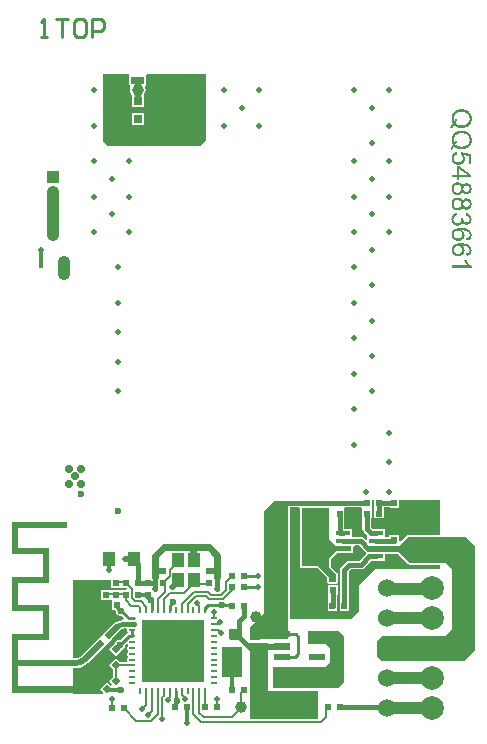
<source format=gtl>
G04*
G04 #@! TF.GenerationSoftware,Altium Limited,Altium Designer,20.0.1 (14)*
G04*
G04 Layer_Physical_Order=1*
G04 Layer_Color=255*
%FSLAX44Y44*%
%MOMM*%
G71*
G01*
G75*
%ADD10C,0.2540*%
%ADD11C,0.2500*%
%ADD20C,0.1800*%
%ADD21O,0.2499X0.6000*%
%ADD22O,0.6000X0.2499*%
%ADD23R,5.3000X5.3000*%
%ADD24P,0.7184X4X90.0*%
%ADD25R,0.5080X0.5080*%
%ADD26R,0.8890X0.9652*%
%ADD27R,1.0160X1.2700*%
%ADD28R,1.2000X0.4000*%
%ADD29R,1.4000X0.5500*%
%ADD30R,1.7500X4.5000*%
%ADD31R,1.5240X2.5400*%
%ADD32R,2.5400X1.5240*%
%ADD33P,0.7184X4X180.0*%
%ADD34R,0.9652X0.8890*%
%ADD35R,0.7000X0.7000*%
%ADD36R,0.8000X1.7000*%
%ADD37R,0.4500X1.0000*%
%ADD38R,0.5080X0.5080*%
%ADD39R,1.0000X1.2000*%
%ADD40C,0.3000*%
%ADD41C,1.0000*%
%ADD67C,0.4000*%
%ADD68C,0.5000*%
%ADD69C,0.3000*%
%ADD70C,1.0000*%
%ADD71C,0.6000*%
%ADD72R,2.2000X0.6000*%
%ADD73R,1.7000X2.5750*%
%ADD74R,5.6000X2.4000*%
%ADD75R,1.6000X6.4500*%
%ADD76C,0.5000*%
%ADD77R,1.0000X1.0000*%
%ADD78C,2.0000*%
%ADD79C,1.5240*%
%ADD80C,0.6000*%
%ADD81C,0.7000*%
G36*
X117499Y550389D02*
X114499D01*
Y536000D01*
X109501D01*
Y550389D01*
X106501D01*
X106501Y556389D01*
X117499D01*
X117499Y550389D01*
D02*
G37*
G36*
X170000Y502500D02*
X165000Y497500D01*
X87270D01*
X82500Y502270D01*
Y558344D01*
X104435D01*
X105035Y557074D01*
X104994Y557013D01*
X104870Y556389D01*
X104869Y550389D01*
X104994Y549765D01*
X105347Y549236D01*
X105884Y548688D01*
X105924Y547578D01*
X105570Y546723D01*
X105343Y545000D01*
X105570Y543277D01*
X106235Y541671D01*
X106900Y540805D01*
Y530900D01*
X117100D01*
Y540805D01*
X117765Y541671D01*
X118430Y543277D01*
X118657Y545000D01*
X118430Y546723D01*
X118076Y547578D01*
X118116Y548688D01*
X118653Y549236D01*
X119006Y549765D01*
X119130Y550389D01*
X119130Y556389D01*
X119006Y557013D01*
X118966Y557074D01*
X119565Y558344D01*
X170000D01*
Y502500D01*
D02*
G37*
G36*
X368000Y168631D02*
X341000D01*
X341000Y168631D01*
X340376Y168507D01*
X339846Y168153D01*
X339846Y168153D01*
X334673Y162980D01*
X333500Y163466D01*
Y168042D01*
X325220D01*
Y166921D01*
X321570D01*
Y173350D01*
X314325D01*
X313970Y173421D01*
X311490D01*
X309609Y175302D01*
Y182458D01*
X310078D01*
Y190007D01*
X310078Y190738D01*
X310078D01*
X310042Y191262D01*
X310042D01*
Y198000D01*
X311922D01*
Y191993D01*
X311922Y191262D01*
X311922D01*
X311958Y190738D01*
X311958D01*
Y182458D01*
X320238D01*
Y190738D01*
X320755Y191794D01*
X325262D01*
Y191386D01*
X333542D01*
Y198000D01*
X368000D01*
Y168631D01*
D02*
G37*
G36*
X301798Y190738D02*
Y182458D01*
X302268D01*
Y173782D01*
X302547Y172377D01*
X303343Y171186D01*
X306370Y168159D01*
Y164609D01*
X305197Y164123D01*
X303474Y165846D01*
X302283Y166641D01*
X300879Y166921D01*
X293630D01*
Y173350D01*
X286609D01*
Y182458D01*
X287078D01*
Y190738D01*
X287744Y191732D01*
X301132D01*
X301798Y190738D01*
D02*
G37*
G36*
X398000Y158770D02*
Y71000D01*
X389000Y62000D01*
X319000Y62000D01*
X315000Y66000D01*
X315000Y79000D01*
X319000Y83000D01*
X372000Y83000D01*
X378000Y89000D01*
X378000Y140000D01*
X373000Y145000D01*
X342000D01*
X333000Y154000D01*
X307379Y154000D01*
Y159000D01*
X333000Y159000D01*
X341000Y167000D01*
X389770D01*
X398000Y158770D01*
D02*
G37*
G36*
X274000Y191000D02*
X274000Y165000D01*
X280000Y159000D01*
X293000D01*
X293000Y155000D01*
X280000Y155000D01*
X274000Y149000D01*
X274000Y141000D01*
X280000Y135000D01*
X280000Y129000D01*
X274000D01*
X274000Y133000D01*
X265000Y142000D01*
X251000D01*
X251000Y191000D01*
X274000Y191000D01*
D02*
G37*
G36*
X89262Y130607D02*
Y123958D01*
X97542D01*
Y123958D01*
X97708Y123922D01*
X97708Y123922D01*
X98797Y123922D01*
X102137D01*
X102627Y123302D01*
X102063Y122042D01*
X97708D01*
Y122042D01*
X97542Y122078D01*
X97542Y122078D01*
X96453Y122078D01*
X90243D01*
X89262Y122078D01*
Y122078D01*
X88988Y122042D01*
Y122042D01*
X80708D01*
Y113762D01*
X88007D01*
X88988Y113762D01*
Y113762D01*
X89262Y113798D01*
X90331Y113312D01*
X90672Y113042D01*
Y104762D01*
X92623D01*
X92757Y104562D01*
X93342Y103976D01*
X93595Y102705D01*
X94612Y101184D01*
X96133Y100167D01*
X97928Y99810D01*
X98412Y99906D01*
X100478Y97840D01*
X100005Y96517D01*
X98656Y96384D01*
X95857Y95535D01*
X94085Y94588D01*
X93364Y95310D01*
X90830Y92776D01*
X90658Y92661D01*
X87406Y89409D01*
X87389Y89425D01*
X84605Y86641D01*
X84434Y86526D01*
X84319Y86355D01*
X82313Y84349D01*
X81395Y83500D01*
X81395D01*
X81395Y83500D01*
X80066Y82171D01*
X80100Y82136D01*
X77869Y79905D01*
X76981Y79017D01*
X76741Y79258D01*
X76735Y79244D01*
X76736Y78772D01*
X74350Y76386D01*
X74367Y76370D01*
X71408Y73411D01*
X64251Y66254D01*
X64228Y66219D01*
X62798Y65123D01*
X61095Y64417D01*
X60478Y64336D01*
X59268Y64190D01*
X59208Y64178D01*
X57000D01*
Y130607D01*
X89262Y130607D01*
D02*
G37*
G36*
X249369Y191000D02*
X249369Y142000D01*
X249493Y141376D01*
X249846Y140846D01*
X250376Y140493D01*
X251000Y140369D01*
X264324D01*
X272369Y132324D01*
X272369Y129000D01*
X272493Y128376D01*
X272846Y127846D01*
X273376Y127493D01*
X274000Y127369D01*
X280000D01*
X280624Y127493D01*
X281154Y127846D01*
X281507Y128376D01*
X281631Y129000D01*
X281631Y135000D01*
X281631Y135000D01*
X281507Y135624D01*
X281208Y136071D01*
Y136238D01*
X281069D01*
X275631Y141676D01*
X275631Y148324D01*
X280457Y153150D01*
X293630D01*
Y153497D01*
X294153Y153847D01*
X294507Y154376D01*
X294631Y155000D01*
X294631Y158309D01*
X295661Y159579D01*
X299359D01*
X304783Y154155D01*
X305056Y153973D01*
X305155Y153785D01*
X305183Y152374D01*
X299480Y146671D01*
X291000D01*
X289595Y146391D01*
X288405Y145596D01*
X284466Y141657D01*
X283671Y140466D01*
X283391Y139062D01*
Y112542D01*
X282922D01*
Y104262D01*
X291202D01*
Y112542D01*
X290732D01*
Y137541D01*
X292520Y139330D01*
X301000D01*
X302405Y139609D01*
X303595Y140405D01*
X309770Y146580D01*
X313970D01*
X314325Y146650D01*
X321570D01*
Y152369D01*
X332324Y152369D01*
X340846Y143847D01*
X340846Y143846D01*
X341376Y143493D01*
X342000Y143369D01*
X342000Y143369D01*
X368000D01*
Y140000D01*
X313000Y140000D01*
X299000Y126000D01*
Y103000D01*
X293000Y97000D01*
X241000D01*
Y191732D01*
X248219D01*
X249369Y191000D01*
D02*
G37*
G36*
X239000Y80000D02*
X207000Y80000D01*
Y90000D01*
X219000Y102000D01*
X219000Y189000D01*
X227500Y197500D01*
X239000Y197500D01*
X239000Y80000D01*
D02*
G37*
G36*
X52000Y174510D02*
X10268D01*
Y157510D01*
X37268D01*
Y127510D01*
X10268D01*
Y109510D01*
X37268D01*
Y79510D01*
X10268D01*
Y62510D01*
X59268D01*
Y57510D01*
X10268D01*
Y40777D01*
X57000D01*
Y55843D01*
X59170Y55849D01*
X59268Y55830D01*
Y55836D01*
X62273Y56132D01*
X65162Y57008D01*
X67825Y58432D01*
X70111Y60308D01*
X70163Y60343D01*
X70163D01*
X70163Y60343D01*
X77320Y67499D01*
X82023Y72202D01*
X82910Y73089D01*
X82910Y73089D01*
X82915Y73084D01*
X82924Y73097D01*
X83717Y74043D01*
X86060Y76386D01*
X86060Y76386D01*
X86060Y76386D01*
X86060Y76455D01*
X86471Y76866D01*
X87389Y77716D01*
X87390D01*
X87389Y77716D01*
X90050Y80376D01*
X90492Y80671D01*
X96570Y86749D01*
X96570Y86749D01*
X96685Y86921D01*
X98304Y88540D01*
X99603Y89079D01*
X101541Y89334D01*
X101566Y89329D01*
X102030D01*
X103014Y88059D01*
X103002Y88001D01*
X103192Y87045D01*
X103295Y86891D01*
X103547Y85997D01*
X102971Y85263D01*
X102680Y85069D01*
X97460Y79849D01*
X97000Y79940D01*
X95205Y79583D01*
X93684Y78566D01*
X92667Y77045D01*
X92554Y76478D01*
X87690Y71614D01*
X93545Y65759D01*
X98680Y70894D01*
X98795Y70917D01*
X100316Y71934D01*
X101333Y73455D01*
X101690Y75250D01*
X102464Y76084D01*
X103734Y75855D01*
Y74766D01*
X103192Y73955D01*
X103002Y72999D01*
X103192Y72044D01*
X103734Y71233D01*
Y69767D01*
X103192Y68956D01*
X103002Y68001D01*
X103192Y67045D01*
X103734Y66235D01*
Y64766D01*
X103192Y63955D01*
X103002Y62999D01*
X103192Y62044D01*
X103319Y61855D01*
X102640Y60585D01*
X96591D01*
X93286Y63890D01*
X87431Y58035D01*
X90737Y54730D01*
Y48091D01*
X87431Y44785D01*
X90231Y41985D01*
X89781Y40639D01*
X89223Y40561D01*
X86215Y43569D01*
X80360Y37715D01*
X82901Y35173D01*
X82415Y34000D01*
X57000Y34000D01*
Y34511D01*
X10268D01*
Y34510D01*
X5268D01*
Y84510D01*
X32268D01*
Y104510D01*
X5268D01*
Y132510D01*
X32268D01*
Y152510D01*
X5268D01*
Y179510D01*
X52000D01*
Y174510D01*
D02*
G37*
G36*
X200000Y83000D02*
X206000Y77000D01*
X216000D01*
X216000Y69000D01*
X208000Y69000D01*
X197000Y80000D01*
X189000Y80000D01*
Y89000D01*
X200000D01*
Y83000D01*
D02*
G37*
G36*
X287000D02*
X287000Y44000D01*
X282000Y39000D01*
X227000Y39000D01*
Y57000D01*
X271000Y57000D01*
X275000Y61000D01*
X275000Y72500D01*
X271500Y76000D01*
X256000Y76000D01*
Y87500D01*
X282500Y87500D01*
X287000Y83000D01*
D02*
G37*
G36*
X386554Y528988D02*
X386734D01*
X386939Y528964D01*
X387191Y528952D01*
X387479Y528916D01*
X387792Y528880D01*
X388128Y528820D01*
X388488Y528760D01*
X388849Y528676D01*
X389233Y528579D01*
X389618Y528459D01*
X390014Y528327D01*
X390399Y528183D01*
X390783Y528003D01*
X390807Y527991D01*
X390867Y527955D01*
X390975Y527895D01*
X391119Y527823D01*
X391288Y527715D01*
X391480Y527594D01*
X391696Y527438D01*
X391925Y527270D01*
X392165Y527078D01*
X392417Y526874D01*
X392681Y526645D01*
X392934Y526381D01*
X393186Y526117D01*
X393426Y525816D01*
X393655Y525504D01*
X393859Y525168D01*
X393871Y525144D01*
X393907Y525083D01*
X393955Y524987D01*
X394027Y524843D01*
X394099Y524663D01*
X394195Y524459D01*
X394291Y524230D01*
X394387Y523954D01*
X394483Y523666D01*
X394580Y523353D01*
X394676Y523005D01*
X394748Y522645D01*
X394820Y522272D01*
X394868Y521876D01*
X394904Y521467D01*
X394916Y521047D01*
Y520938D01*
X394904Y520818D01*
Y520662D01*
X394880Y520458D01*
X394856Y520218D01*
X394820Y519953D01*
X394784Y519665D01*
X394724Y519353D01*
X394652Y519016D01*
X394556Y518668D01*
X394459Y518319D01*
X394327Y517959D01*
X394183Y517598D01*
X394015Y517238D01*
X393823Y516890D01*
X393811Y516866D01*
X393775Y516806D01*
X393715Y516710D01*
X393619Y516589D01*
X393510Y516433D01*
X393378Y516253D01*
X393210Y516061D01*
X393030Y515844D01*
X392826Y515616D01*
X392597Y515388D01*
X392345Y515148D01*
X392069Y514919D01*
X391768Y514691D01*
X391456Y514463D01*
X391119Y514259D01*
X390759Y514066D01*
X390735Y514054D01*
X390675Y514018D01*
X390567Y513970D01*
X390411Y513910D01*
X390230Y513838D01*
X390002Y513754D01*
X389750Y513670D01*
X389462Y513574D01*
X389149Y513490D01*
X388813Y513406D01*
X388440Y513321D01*
X388056Y513249D01*
X387647Y513177D01*
X387227Y513129D01*
X386782Y513105D01*
X386326Y513093D01*
X386302D01*
X386230D01*
X386122D01*
X385977Y513105D01*
X385797Y513117D01*
X385593Y513129D01*
X385353Y513141D01*
X385088Y513165D01*
X384812Y513201D01*
X384524Y513249D01*
X384211Y513297D01*
X383899Y513358D01*
X383575Y513430D01*
X383262Y513514D01*
X382938Y513610D01*
X382626Y513718D01*
X382601Y513730D01*
X382553Y513742D01*
X382469Y513778D01*
X382349Y513838D01*
X382205Y513898D01*
X382049Y513982D01*
X381857Y514078D01*
X381664Y514187D01*
X381448Y514319D01*
X381220Y514451D01*
X380979Y514607D01*
X380739Y514775D01*
X380499Y514955D01*
X380259Y515160D01*
X380018Y515376D01*
X379790Y515604D01*
X379778Y515592D01*
X379742Y515532D01*
X379694Y515460D01*
X379622Y515340D01*
X379526Y515208D01*
X379430Y515051D01*
X379322Y514871D01*
X379201Y514679D01*
X379081Y514463D01*
X378949Y514247D01*
X378685Y513766D01*
X378445Y513273D01*
X378336Y513021D01*
X378240Y512781D01*
X376715Y513430D01*
X376726Y513454D01*
X376750Y513514D01*
X376787Y513610D01*
X376835Y513742D01*
X376907Y513898D01*
X376991Y514090D01*
X377099Y514307D01*
X377207Y514547D01*
X377351Y514811D01*
X377495Y515088D01*
X377664Y515388D01*
X377844Y515688D01*
X378048Y516013D01*
X378264Y516337D01*
X378493Y516661D01*
X378745Y516998D01*
X378733Y517022D01*
X378697Y517082D01*
X378649Y517178D01*
X378589Y517322D01*
X378505Y517490D01*
X378420Y517707D01*
X378324Y517935D01*
X378240Y518199D01*
X378144Y518488D01*
X378048Y518812D01*
X377964Y519148D01*
X377880Y519497D01*
X377820Y519881D01*
X377772Y520266D01*
X377736Y520662D01*
X377724Y521083D01*
Y521179D01*
X377736Y521299D01*
Y521467D01*
X377760Y521659D01*
X377784Y521900D01*
X377820Y522152D01*
X377856Y522440D01*
X377916Y522753D01*
X377988Y523077D01*
X378072Y523413D01*
X378180Y523762D01*
X378300Y524122D01*
X378445Y524471D01*
X378613Y524831D01*
X378805Y525179D01*
X378817Y525204D01*
X378853Y525264D01*
X378925Y525360D01*
X379009Y525480D01*
X379117Y525636D01*
X379249Y525816D01*
X379418Y526008D01*
X379598Y526225D01*
X379802Y526453D01*
X380030Y526681D01*
X380283Y526909D01*
X380559Y527150D01*
X380859Y527378D01*
X381172Y527606D01*
X381508Y527823D01*
X381869Y528015D01*
X381893Y528027D01*
X381953Y528051D01*
X382073Y528111D01*
X382217Y528171D01*
X382397Y528243D01*
X382626Y528327D01*
X382878Y528411D01*
X383166Y528507D01*
X383479Y528604D01*
X383815Y528688D01*
X384187Y528772D01*
X384572Y528844D01*
X384980Y528904D01*
X385413Y528952D01*
X385857Y528988D01*
X386314Y529000D01*
X386326D01*
X386338D01*
X386374D01*
X386422D01*
X386482D01*
X386554Y528988D01*
D02*
G37*
G36*
Y510919D02*
X386734D01*
X386939Y510895D01*
X387191Y510883D01*
X387479Y510847D01*
X387792Y510811D01*
X388128Y510750D01*
X388488Y510690D01*
X388849Y510606D01*
X389233Y510510D01*
X389618Y510390D01*
X390014Y510258D01*
X390399Y510114D01*
X390783Y509934D01*
X390807Y509921D01*
X390867Y509885D01*
X390975Y509825D01*
X391119Y509753D01*
X391288Y509645D01*
X391480Y509525D01*
X391696Y509369D01*
X391925Y509201D01*
X392165Y509008D01*
X392417Y508804D01*
X392681Y508576D01*
X392934Y508312D01*
X393186Y508047D01*
X393426Y507747D01*
X393655Y507435D01*
X393859Y507098D01*
X393871Y507074D01*
X393907Y507014D01*
X393955Y506918D01*
X394027Y506774D01*
X394099Y506594D01*
X394195Y506389D01*
X394291Y506161D01*
X394387Y505885D01*
X394483Y505596D01*
X394580Y505284D01*
X394676Y504936D01*
X394748Y504575D01*
X394820Y504203D01*
X394868Y503806D01*
X394904Y503398D01*
X394916Y502977D01*
Y502869D01*
X394904Y502749D01*
Y502593D01*
X394880Y502389D01*
X394856Y502148D01*
X394820Y501884D01*
X394784Y501596D01*
X394724Y501283D01*
X394652Y500947D01*
X394556Y500598D01*
X394459Y500250D01*
X394327Y499890D01*
X394183Y499529D01*
X394015Y499169D01*
X393823Y498820D01*
X393811Y498796D01*
X393775Y498736D01*
X393715Y498640D01*
X393619Y498520D01*
X393510Y498364D01*
X393378Y498184D01*
X393210Y497991D01*
X393030Y497775D01*
X392826Y497547D01*
X392597Y497319D01*
X392345Y497078D01*
X392069Y496850D01*
X391768Y496622D01*
X391456Y496394D01*
X391119Y496189D01*
X390759Y495997D01*
X390735Y495985D01*
X390675Y495949D01*
X390567Y495901D01*
X390411Y495841D01*
X390230Y495769D01*
X390002Y495685D01*
X389750Y495601D01*
X389462Y495504D01*
X389149Y495420D01*
X388813Y495336D01*
X388440Y495252D01*
X388056Y495180D01*
X387647Y495108D01*
X387227Y495060D01*
X386782Y495036D01*
X386326Y495024D01*
X386302D01*
X386230D01*
X386122D01*
X385977Y495036D01*
X385797Y495048D01*
X385593Y495060D01*
X385353Y495072D01*
X385088Y495096D01*
X384812Y495132D01*
X384524Y495180D01*
X384211Y495228D01*
X383899Y495288D01*
X383575Y495360D01*
X383262Y495444D01*
X382938Y495541D01*
X382626Y495649D01*
X382601Y495661D01*
X382553Y495673D01*
X382469Y495709D01*
X382349Y495769D01*
X382205Y495829D01*
X382049Y495913D01*
X381857Y496009D01*
X381664Y496117D01*
X381448Y496249D01*
X381220Y496381D01*
X380979Y496538D01*
X380739Y496706D01*
X380499Y496886D01*
X380259Y497090D01*
X380018Y497307D01*
X379790Y497535D01*
X379778Y497523D01*
X379742Y497463D01*
X379694Y497391D01*
X379622Y497271D01*
X379526Y497138D01*
X379430Y496982D01*
X379322Y496802D01*
X379201Y496610D01*
X379081Y496394D01*
X378949Y496177D01*
X378685Y495697D01*
X378445Y495204D01*
X378336Y494952D01*
X378240Y494711D01*
X376715Y495360D01*
X376726Y495384D01*
X376750Y495444D01*
X376787Y495541D01*
X376835Y495673D01*
X376907Y495829D01*
X376991Y496021D01*
X377099Y496237D01*
X377207Y496478D01*
X377351Y496742D01*
X377495Y497018D01*
X377664Y497319D01*
X377844Y497619D01*
X378048Y497943D01*
X378264Y498268D01*
X378493Y498592D01*
X378745Y498928D01*
X378733Y498952D01*
X378697Y499013D01*
X378649Y499109D01*
X378589Y499253D01*
X378505Y499421D01*
X378420Y499637D01*
X378324Y499866D01*
X378240Y500130D01*
X378144Y500418D01*
X378048Y500743D01*
X377964Y501079D01*
X377880Y501427D01*
X377820Y501812D01*
X377772Y502196D01*
X377736Y502593D01*
X377724Y503013D01*
Y503109D01*
X377736Y503229D01*
Y503398D01*
X377760Y503590D01*
X377784Y503830D01*
X377820Y504083D01*
X377856Y504371D01*
X377916Y504683D01*
X377988Y505008D01*
X378072Y505344D01*
X378180Y505692D01*
X378300Y506053D01*
X378445Y506401D01*
X378613Y506762D01*
X378805Y507110D01*
X378817Y507134D01*
X378853Y507194D01*
X378925Y507290D01*
X379009Y507411D01*
X379117Y507567D01*
X379249Y507747D01*
X379418Y507939D01*
X379598Y508155D01*
X379802Y508384D01*
X380030Y508612D01*
X380283Y508840D01*
X380559Y509081D01*
X380859Y509309D01*
X381172Y509537D01*
X381508Y509753D01*
X381869Y509945D01*
X381893Y509958D01*
X381953Y509981D01*
X382073Y510042D01*
X382217Y510102D01*
X382397Y510174D01*
X382626Y510258D01*
X382878Y510342D01*
X383166Y510438D01*
X383479Y510534D01*
X383815Y510618D01*
X384187Y510702D01*
X384572Y510774D01*
X384980Y510835D01*
X385413Y510883D01*
X385857Y510919D01*
X386314Y510931D01*
X386326D01*
X386338D01*
X386374D01*
X386422D01*
X386482D01*
X386554Y510919D01*
D02*
G37*
G36*
X382541Y490759D02*
X382529D01*
X382469Y490747D01*
X382397Y490735D01*
X382289Y490711D01*
X382157Y490675D01*
X382001Y490639D01*
X381833Y490591D01*
X381652Y490531D01*
X381280Y490386D01*
X381076Y490302D01*
X380883Y490206D01*
X380691Y490086D01*
X380511Y489966D01*
X380343Y489822D01*
X380187Y489665D01*
X380175Y489654D01*
X380150Y489630D01*
X380115Y489581D01*
X380066Y489509D01*
X380006Y489425D01*
X379934Y489317D01*
X379874Y489209D01*
X379802Y489077D01*
X379718Y488933D01*
X379658Y488764D01*
X379586Y488596D01*
X379526Y488404D01*
X379478Y488212D01*
X379442Y488008D01*
X379418Y487791D01*
X379406Y487563D01*
Y487491D01*
X379418Y487419D01*
Y487311D01*
X379442Y487191D01*
X379466Y487034D01*
X379502Y486866D01*
X379550Y486686D01*
X379598Y486494D01*
X379670Y486289D01*
X379766Y486085D01*
X379874Y485869D01*
X379994Y485665D01*
X380150Y485448D01*
X380319Y485244D01*
X380511Y485052D01*
X380523Y485040D01*
X380559Y485004D01*
X380631Y484956D01*
X380715Y484896D01*
X380823Y484812D01*
X380956Y484728D01*
X381112Y484632D01*
X381292Y484535D01*
X381496Y484451D01*
X381712Y484355D01*
X381953Y484271D01*
X382217Y484187D01*
X382505Y484127D01*
X382806Y484079D01*
X383118Y484043D01*
X383455Y484031D01*
X383479D01*
X383526D01*
X383623Y484043D01*
X383743D01*
X383887Y484055D01*
X384067Y484079D01*
X384247Y484115D01*
X384464Y484151D01*
X384680Y484211D01*
X384896Y484271D01*
X385124Y484355D01*
X385365Y484451D01*
X385593Y484560D01*
X385809Y484692D01*
X386026Y484848D01*
X386218Y485016D01*
X386230Y485028D01*
X386266Y485064D01*
X386314Y485112D01*
X386374Y485196D01*
X386458Y485292D01*
X386542Y485412D01*
X386626Y485545D01*
X386722Y485701D01*
X386818Y485881D01*
X386903Y486073D01*
X386999Y486278D01*
X387071Y486506D01*
X387131Y486758D01*
X387179Y487022D01*
X387215Y487299D01*
X387227Y487587D01*
Y487683D01*
X387215Y487755D01*
Y487839D01*
X387203Y487948D01*
X387191Y488056D01*
X387167Y488188D01*
X387119Y488464D01*
X387035Y488764D01*
X386927Y489077D01*
X386770Y489377D01*
Y489389D01*
X386746Y489413D01*
X386722Y489449D01*
X386686Y489509D01*
X386590Y489654D01*
X386458Y489834D01*
X386290Y490026D01*
X386098Y490230D01*
X385869Y490434D01*
X385617Y490615D01*
X385869Y492537D01*
X394411Y490927D01*
Y482649D01*
X392465D01*
Y489305D01*
X387984Y490194D01*
X387996Y490182D01*
X388032Y490122D01*
X388080Y490050D01*
X388152Y489930D01*
X388224Y489798D01*
X388320Y489641D01*
X388404Y489449D01*
X388512Y489245D01*
X388609Y489017D01*
X388705Y488777D01*
X388789Y488512D01*
X388861Y488248D01*
X388933Y487960D01*
X388981Y487671D01*
X389017Y487359D01*
X389029Y487058D01*
Y486962D01*
X389017Y486842D01*
X389005Y486698D01*
X388981Y486506D01*
X388945Y486289D01*
X388897Y486037D01*
X388837Y485773D01*
X388765Y485497D01*
X388657Y485196D01*
X388536Y484896D01*
X388392Y484584D01*
X388212Y484271D01*
X388020Y483959D01*
X387780Y483658D01*
X387515Y483370D01*
X387503Y483358D01*
X387443Y483310D01*
X387359Y483226D01*
X387239Y483130D01*
X387095Y483022D01*
X386914Y482890D01*
X386698Y482757D01*
X386458Y482613D01*
X386194Y482481D01*
X385905Y482349D01*
X385581Y482217D01*
X385245Y482097D01*
X384872Y482012D01*
X384476Y481928D01*
X384067Y481880D01*
X383635Y481868D01*
X383623D01*
X383611D01*
X383575D01*
X383539D01*
X383418Y481880D01*
X383262Y481892D01*
X383058Y481904D01*
X382830Y481940D01*
X382577Y481976D01*
X382301Y482037D01*
X382001Y482109D01*
X381688Y482193D01*
X381364Y482301D01*
X381040Y482421D01*
X380703Y482577D01*
X380379Y482757D01*
X380054Y482962D01*
X379742Y483190D01*
X379718Y483214D01*
X379658Y483262D01*
X379562Y483358D01*
X379430Y483478D01*
X379273Y483646D01*
X379105Y483839D01*
X378925Y484067D01*
X378733Y484331D01*
X378541Y484632D01*
X378360Y484956D01*
X378192Y485316D01*
X378036Y485713D01*
X377916Y486133D01*
X377808Y486578D01*
X377748Y487058D01*
X377724Y487563D01*
Y487659D01*
X377736Y487779D01*
X377748Y487935D01*
X377760Y488128D01*
X377796Y488356D01*
X377832Y488608D01*
X377880Y488873D01*
X377952Y489161D01*
X378036Y489461D01*
X378132Y489774D01*
X378252Y490086D01*
X378396Y490386D01*
X378565Y490699D01*
X378769Y490987D01*
X378985Y491263D01*
X378997Y491275D01*
X379045Y491324D01*
X379117Y491396D01*
X379213Y491492D01*
X379346Y491600D01*
X379502Y491732D01*
X379682Y491864D01*
X379886Y492008D01*
X380115Y492152D01*
X380367Y492285D01*
X380643Y492429D01*
X380943Y492561D01*
X381268Y492669D01*
X381616Y492765D01*
X381977Y492849D01*
X382361Y492897D01*
X382541Y490759D01*
D02*
G37*
G36*
X394628Y473062D02*
Y471392D01*
X383851D01*
Y469145D01*
X381977D01*
Y471392D01*
X378000D01*
Y473434D01*
X381977D01*
Y480643D01*
X383851D01*
X394628Y473062D01*
D02*
G37*
G36*
X383082Y467079D02*
X383214Y467067D01*
X383382Y467043D01*
X383563Y467019D01*
X383755Y466983D01*
X383959Y466947D01*
X384187Y466887D01*
X384404Y466827D01*
X384632Y466742D01*
X384860Y466646D01*
X385088Y466538D01*
X385305Y466418D01*
X385521Y466274D01*
X385533Y466262D01*
X385569Y466238D01*
X385629Y466190D01*
X385701Y466118D01*
X385785Y466034D01*
X385893Y465925D01*
X386002Y465805D01*
X386122Y465673D01*
X386242Y465505D01*
X386362Y465337D01*
X386494Y465145D01*
X386614Y464928D01*
X386722Y464700D01*
X386830Y464460D01*
X386927Y464195D01*
X387011Y463919D01*
Y463931D01*
X387035Y463979D01*
X387059Y464039D01*
X387095Y464123D01*
X387143Y464231D01*
X387203Y464352D01*
X387275Y464484D01*
X387347Y464628D01*
X387539Y464940D01*
X387768Y465253D01*
X388032Y465553D01*
X388176Y465685D01*
X388332Y465805D01*
X388344Y465817D01*
X388368Y465829D01*
X388416Y465865D01*
X388488Y465901D01*
X388573Y465950D01*
X388669Y465998D01*
X388789Y466058D01*
X388921Y466106D01*
X389065Y466166D01*
X389221Y466226D01*
X389389Y466274D01*
X389570Y466322D01*
X389966Y466394D01*
X390182Y466406D01*
X390399Y466418D01*
X390423D01*
X390483D01*
X390579Y466406D01*
X390699Y466394D01*
X390855Y466382D01*
X391035Y466346D01*
X391240Y466310D01*
X391456Y466250D01*
X391696Y466190D01*
X391936Y466106D01*
X392189Y465998D01*
X392453Y465865D01*
X392705Y465721D01*
X392970Y465553D01*
X393210Y465349D01*
X393450Y465121D01*
X393462Y465108D01*
X393498Y465060D01*
X393570Y464988D01*
X393643Y464880D01*
X393739Y464748D01*
X393847Y464592D01*
X393955Y464412D01*
X394075Y464195D01*
X394183Y463967D01*
X394291Y463703D01*
X394399Y463414D01*
X394496Y463102D01*
X394580Y462778D01*
X394640Y462417D01*
X394676Y462045D01*
X394688Y461648D01*
Y461552D01*
X394676Y461444D01*
X394664Y461288D01*
X394652Y461108D01*
X394616Y460891D01*
X394580Y460651D01*
X394532Y460399D01*
X394459Y460123D01*
X394375Y459834D01*
X394279Y459546D01*
X394147Y459258D01*
X394003Y458969D01*
X393835Y458681D01*
X393643Y458405D01*
X393414Y458152D01*
X393402Y458140D01*
X393354Y458092D01*
X393282Y458032D01*
X393186Y457948D01*
X393066Y457840D01*
X392922Y457732D01*
X392753Y457612D01*
X392561Y457480D01*
X392345Y457359D01*
X392105Y457239D01*
X391852Y457131D01*
X391588Y457023D01*
X391300Y456939D01*
X390987Y456879D01*
X390675Y456831D01*
X390339Y456819D01*
X390327D01*
X390290D01*
X390230D01*
X390146Y456831D01*
X390050Y456843D01*
X389930Y456855D01*
X389798Y456867D01*
X389654Y456891D01*
X389341Y456963D01*
X389005Y457071D01*
X388837Y457143D01*
X388669Y457227D01*
X388500Y457323D01*
X388332Y457431D01*
X388320Y457443D01*
X388296Y457455D01*
X388248Y457491D01*
X388188Y457552D01*
X388116Y457612D01*
X388044Y457696D01*
X387948Y457780D01*
X387852Y457888D01*
X387743Y458020D01*
X387635Y458152D01*
X387527Y458308D01*
X387419Y458465D01*
X387311Y458657D01*
X387203Y458849D01*
X387107Y459053D01*
X387011Y459282D01*
Y459270D01*
X386987Y459210D01*
X386963Y459137D01*
X386914Y459029D01*
X386866Y458897D01*
X386794Y458753D01*
X386722Y458585D01*
X386626Y458417D01*
X386518Y458224D01*
X386398Y458032D01*
X386266Y457840D01*
X386122Y457648D01*
X385965Y457455D01*
X385785Y457275D01*
X385605Y457095D01*
X385401Y456939D01*
X385389Y456927D01*
X385353Y456903D01*
X385293Y456867D01*
X385209Y456807D01*
X385100Y456747D01*
X384968Y456687D01*
X384824Y456614D01*
X384656Y456530D01*
X384464Y456458D01*
X384271Y456386D01*
X384043Y456326D01*
X383815Y456254D01*
X383563Y456206D01*
X383310Y456170D01*
X383034Y456146D01*
X382746Y456134D01*
X382722D01*
X382649D01*
X382541Y456146D01*
X382385Y456158D01*
X382205Y456182D01*
X382001Y456218D01*
X381760Y456266D01*
X381496Y456326D01*
X381220Y456398D01*
X380932Y456506D01*
X380643Y456627D01*
X380343Y456771D01*
X380030Y456951D01*
X379742Y457143D01*
X379442Y457383D01*
X379165Y457648D01*
X379153Y457660D01*
X379105Y457720D01*
X379033Y457804D01*
X378937Y457924D01*
X378829Y458068D01*
X378709Y458260D01*
X378577Y458465D01*
X378445Y458705D01*
X378312Y458981D01*
X378180Y459282D01*
X378060Y459606D01*
X377952Y459954D01*
X377856Y460339D01*
X377784Y460735D01*
X377736Y461168D01*
X377724Y461612D01*
Y461721D01*
X377736Y461853D01*
X377748Y462021D01*
X377772Y462225D01*
X377796Y462465D01*
X377844Y462742D01*
X377904Y463030D01*
X377988Y463342D01*
X378084Y463667D01*
X378192Y463991D01*
X378336Y464328D01*
X378505Y464664D01*
X378697Y464988D01*
X378925Y465289D01*
X379177Y465589D01*
X379189Y465601D01*
X379249Y465649D01*
X379322Y465733D01*
X379442Y465817D01*
X379586Y465938D01*
X379754Y466070D01*
X379946Y466202D01*
X380175Y466334D01*
X380427Y466478D01*
X380703Y466610D01*
X381004Y466742D01*
X381316Y466851D01*
X381664Y466947D01*
X382025Y467031D01*
X382409Y467079D01*
X382806Y467091D01*
X382830D01*
X382878D01*
X382962D01*
X383082Y467079D01*
D02*
G37*
G36*
Y454164D02*
X383214Y454151D01*
X383382Y454128D01*
X383563Y454104D01*
X383755Y454067D01*
X383959Y454031D01*
X384187Y453971D01*
X384404Y453911D01*
X384632Y453827D01*
X384860Y453731D01*
X385088Y453623D01*
X385305Y453503D01*
X385521Y453359D01*
X385533Y453347D01*
X385569Y453323D01*
X385629Y453274D01*
X385701Y453202D01*
X385785Y453118D01*
X385893Y453010D01*
X386002Y452890D01*
X386122Y452758D01*
X386242Y452590D01*
X386362Y452421D01*
X386494Y452229D01*
X386614Y452013D01*
X386722Y451785D01*
X386830Y451544D01*
X386927Y451280D01*
X387011Y451004D01*
Y451016D01*
X387035Y451064D01*
X387059Y451124D01*
X387095Y451208D01*
X387143Y451316D01*
X387203Y451436D01*
X387275Y451568D01*
X387347Y451713D01*
X387539Y452025D01*
X387768Y452337D01*
X388032Y452638D01*
X388176Y452770D01*
X388332Y452890D01*
X388344Y452902D01*
X388368Y452914D01*
X388416Y452950D01*
X388488Y452986D01*
X388573Y453034D01*
X388669Y453082D01*
X388789Y453142D01*
X388921Y453190D01*
X389065Y453251D01*
X389221Y453311D01*
X389389Y453359D01*
X389570Y453407D01*
X389966Y453479D01*
X390182Y453491D01*
X390399Y453503D01*
X390423D01*
X390483D01*
X390579Y453491D01*
X390699Y453479D01*
X390855Y453467D01*
X391035Y453431D01*
X391240Y453395D01*
X391456Y453335D01*
X391696Y453274D01*
X391936Y453190D01*
X392189Y453082D01*
X392453Y452950D01*
X392705Y452806D01*
X392970Y452638D01*
X393210Y452434D01*
X393450Y452205D01*
X393462Y452193D01*
X393498Y452145D01*
X393570Y452073D01*
X393643Y451965D01*
X393739Y451833D01*
X393847Y451677D01*
X393955Y451496D01*
X394075Y451280D01*
X394183Y451052D01*
X394291Y450788D01*
X394399Y450499D01*
X394496Y450187D01*
X394580Y449863D01*
X394640Y449502D01*
X394676Y449130D01*
X394688Y448733D01*
Y448637D01*
X394676Y448529D01*
X394664Y448373D01*
X394652Y448192D01*
X394616Y447976D01*
X394580Y447736D01*
X394532Y447484D01*
X394459Y447207D01*
X394375Y446919D01*
X394279Y446631D01*
X394147Y446342D01*
X394003Y446054D01*
X393835Y445766D01*
X393643Y445489D01*
X393414Y445237D01*
X393402Y445225D01*
X393354Y445177D01*
X393282Y445117D01*
X393186Y445033D01*
X393066Y444925D01*
X392922Y444817D01*
X392753Y444696D01*
X392561Y444564D01*
X392345Y444444D01*
X392105Y444324D01*
X391852Y444216D01*
X391588Y444108D01*
X391300Y444024D01*
X390987Y443964D01*
X390675Y443915D01*
X390339Y443903D01*
X390327D01*
X390290D01*
X390230D01*
X390146Y443915D01*
X390050Y443927D01*
X389930Y443940D01*
X389798Y443951D01*
X389654Y443975D01*
X389341Y444048D01*
X389005Y444156D01*
X388837Y444228D01*
X388669Y444312D01*
X388500Y444408D01*
X388332Y444516D01*
X388320Y444528D01*
X388296Y444540D01*
X388248Y444576D01*
X388188Y444636D01*
X388116Y444696D01*
X388044Y444781D01*
X387948Y444865D01*
X387852Y444973D01*
X387743Y445105D01*
X387635Y445237D01*
X387527Y445393D01*
X387419Y445549D01*
X387311Y445742D01*
X387203Y445934D01*
X387107Y446138D01*
X387011Y446366D01*
Y446354D01*
X386987Y446294D01*
X386963Y446222D01*
X386914Y446114D01*
X386866Y445982D01*
X386794Y445838D01*
X386722Y445670D01*
X386626Y445501D01*
X386518Y445309D01*
X386398Y445117D01*
X386266Y444925D01*
X386122Y444732D01*
X385965Y444540D01*
X385785Y444360D01*
X385605Y444180D01*
X385401Y444024D01*
X385389Y444012D01*
X385353Y443988D01*
X385293Y443951D01*
X385209Y443891D01*
X385100Y443831D01*
X384968Y443771D01*
X384824Y443699D01*
X384656Y443615D01*
X384464Y443543D01*
X384271Y443471D01*
X384043Y443411D01*
X383815Y443339D01*
X383563Y443291D01*
X383310Y443255D01*
X383034Y443231D01*
X382746Y443219D01*
X382722D01*
X382649D01*
X382541Y443231D01*
X382385Y443243D01*
X382205Y443267D01*
X382001Y443303D01*
X381760Y443351D01*
X381496Y443411D01*
X381220Y443483D01*
X380932Y443591D01*
X380643Y443711D01*
X380343Y443855D01*
X380030Y444036D01*
X379742Y444228D01*
X379442Y444468D01*
X379165Y444732D01*
X379153Y444744D01*
X379105Y444804D01*
X379033Y444889D01*
X378937Y445009D01*
X378829Y445153D01*
X378709Y445345D01*
X378577Y445549D01*
X378445Y445790D01*
X378312Y446066D01*
X378180Y446366D01*
X378060Y446691D01*
X377952Y447039D01*
X377856Y447424D01*
X377784Y447820D01*
X377736Y448253D01*
X377724Y448697D01*
Y448805D01*
X377736Y448937D01*
X377748Y449106D01*
X377772Y449310D01*
X377796Y449550D01*
X377844Y449826D01*
X377904Y450115D01*
X377988Y450427D01*
X378084Y450751D01*
X378192Y451076D01*
X378336Y451412D01*
X378505Y451749D01*
X378697Y452073D01*
X378925Y452373D01*
X379177Y452674D01*
X379189Y452686D01*
X379249Y452734D01*
X379322Y452818D01*
X379442Y452902D01*
X379586Y453022D01*
X379754Y453154D01*
X379946Y453287D01*
X380175Y453419D01*
X380427Y453563D01*
X380703Y453695D01*
X381004Y453827D01*
X381316Y453935D01*
X381664Y454031D01*
X382025Y454115D01*
X382409Y454164D01*
X382806Y454176D01*
X382830D01*
X382878D01*
X382962D01*
X383082Y454164D01*
D02*
G37*
G36*
X382662Y439182D02*
X382637D01*
X382589Y439170D01*
X382493Y439146D01*
X382373Y439110D01*
X382229Y439074D01*
X382073Y439026D01*
X381893Y438966D01*
X381700Y438905D01*
X381280Y438737D01*
X380871Y438533D01*
X380667Y438413D01*
X380475Y438281D01*
X380307Y438149D01*
X380150Y437992D01*
X380139Y437980D01*
X380115Y437956D01*
X380079Y437908D01*
X380030Y437836D01*
X379970Y437764D01*
X379910Y437656D01*
X379838Y437548D01*
X379778Y437416D01*
X379706Y437272D01*
X379634Y437115D01*
X379574Y436947D01*
X379514Y436767D01*
X379466Y436575D01*
X379430Y436371D01*
X379406Y436166D01*
X379394Y435938D01*
Y435878D01*
X379406Y435794D01*
Y435698D01*
X379430Y435566D01*
X379442Y435421D01*
X379478Y435265D01*
X379514Y435085D01*
X379574Y434905D01*
X379634Y434701D01*
X379718Y434496D01*
X379814Y434292D01*
X379934Y434088D01*
X380066Y433884D01*
X380211Y433691D01*
X380391Y433499D01*
X380403Y433487D01*
X380439Y433451D01*
X380487Y433403D01*
X380571Y433343D01*
X380667Y433271D01*
X380787Y433187D01*
X380919Y433091D01*
X381076Y432994D01*
X381244Y432910D01*
X381436Y432814D01*
X381628Y432730D01*
X381857Y432658D01*
X382085Y432598D01*
X382325Y432550D01*
X382589Y432514D01*
X382854Y432502D01*
X382866D01*
X382914D01*
X382986D01*
X383094Y432514D01*
X383202Y432526D01*
X383346Y432550D01*
X383503Y432574D01*
X383671Y432622D01*
X383851Y432670D01*
X384043Y432730D01*
X384235Y432802D01*
X384428Y432886D01*
X384620Y432994D01*
X384812Y433127D01*
X384992Y433259D01*
X385173Y433427D01*
X385185Y433439D01*
X385209Y433463D01*
X385257Y433523D01*
X385317Y433595D01*
X385389Y433679D01*
X385461Y433787D01*
X385545Y433920D01*
X385629Y434064D01*
X385713Y434220D01*
X385797Y434400D01*
X385869Y434592D01*
X385941Y434797D01*
X386002Y435013D01*
X386049Y435253D01*
X386073Y435494D01*
X386086Y435758D01*
Y435866D01*
X386073Y435986D01*
X386062Y436154D01*
X386037Y436371D01*
X385989Y436611D01*
X385941Y436887D01*
X385869Y437200D01*
X387659Y436971D01*
Y436935D01*
X387647Y436899D01*
Y436851D01*
X387635Y436743D01*
Y436515D01*
X387647Y436431D01*
X387659Y436311D01*
X387671Y436178D01*
X387696Y436034D01*
X387719Y435866D01*
X387756Y435686D01*
X387804Y435505D01*
X387924Y435109D01*
X387996Y434905D01*
X388092Y434701D01*
X388188Y434496D01*
X388308Y434304D01*
X388320Y434292D01*
X388344Y434256D01*
X388380Y434208D01*
X388440Y434136D01*
X388512Y434064D01*
X388596Y433968D01*
X388705Y433884D01*
X388825Y433775D01*
X388969Y433679D01*
X389125Y433583D01*
X389293Y433499D01*
X389486Y433427D01*
X389690Y433355D01*
X389918Y433307D01*
X390158Y433271D01*
X390411Y433259D01*
X390423D01*
X390459D01*
X390519D01*
X390603Y433271D01*
X390687Y433283D01*
X390807Y433295D01*
X390927Y433319D01*
X391059Y433355D01*
X391348Y433451D01*
X391504Y433511D01*
X391660Y433583D01*
X391816Y433667D01*
X391973Y433775D01*
X392117Y433896D01*
X392261Y434028D01*
X392273Y434040D01*
X392297Y434064D01*
X392333Y434100D01*
X392381Y434160D01*
X392429Y434244D01*
X392501Y434328D01*
X392561Y434436D01*
X392633Y434556D01*
X392705Y434688D01*
X392766Y434833D01*
X392837Y435001D01*
X392886Y435169D01*
X392934Y435361D01*
X392970Y435554D01*
X392994Y435770D01*
X393006Y435986D01*
Y436106D01*
X392994Y436178D01*
X392982Y436286D01*
X392970Y436407D01*
X392946Y436539D01*
X392910Y436683D01*
X392826Y436995D01*
X392766Y437151D01*
X392681Y437320D01*
X392597Y437488D01*
X392501Y437656D01*
X392381Y437812D01*
X392249Y437968D01*
X392237Y437980D01*
X392213Y438004D01*
X392165Y438041D01*
X392105Y438101D01*
X392033Y438161D01*
X391936Y438233D01*
X391816Y438305D01*
X391696Y438389D01*
X391540Y438473D01*
X391372Y438557D01*
X391192Y438653D01*
X390987Y438725D01*
X390771Y438809D01*
X390543Y438870D01*
X390290Y438930D01*
X390014Y438978D01*
X390375Y441020D01*
X390387D01*
X390399D01*
X390471Y440996D01*
X390567Y440972D01*
X390711Y440936D01*
X390891Y440888D01*
X391083Y440828D01*
X391300Y440756D01*
X391540Y440672D01*
X391792Y440564D01*
X392057Y440443D01*
X392321Y440299D01*
X392585Y440143D01*
X392850Y439975D01*
X393102Y439783D01*
X393342Y439566D01*
X393558Y439326D01*
X393570Y439314D01*
X393606Y439266D01*
X393666Y439194D01*
X393739Y439086D01*
X393823Y438954D01*
X393919Y438797D01*
X394015Y438617D01*
X394123Y438413D01*
X394231Y438185D01*
X394327Y437932D01*
X394423Y437668D01*
X394507Y437380D01*
X394580Y437067D01*
X394640Y436731D01*
X394676Y436382D01*
X394688Y436022D01*
Y435890D01*
X394676Y435794D01*
Y435674D01*
X394652Y435530D01*
X394640Y435373D01*
X394616Y435205D01*
X394580Y435013D01*
X394544Y434821D01*
X394435Y434400D01*
X394375Y434172D01*
X394291Y433956D01*
X394207Y433739D01*
X394099Y433523D01*
X394087Y433511D01*
X394075Y433475D01*
X394039Y433415D01*
X393991Y433331D01*
X393931Y433235D01*
X393859Y433127D01*
X393775Y433007D01*
X393679Y432874D01*
X393450Y432586D01*
X393174Y432298D01*
X392862Y432021D01*
X392681Y431889D01*
X392501Y431769D01*
X392489Y431757D01*
X392453Y431745D01*
X392405Y431709D01*
X392321Y431673D01*
X392237Y431625D01*
X392117Y431577D01*
X391996Y431517D01*
X391852Y431457D01*
X391696Y431409D01*
X391540Y431349D01*
X391180Y431253D01*
X390783Y431180D01*
X390579Y431168D01*
X390363Y431156D01*
X390351D01*
X390315D01*
X390255D01*
X390182Y431168D01*
X390086D01*
X389978Y431192D01*
X389846Y431204D01*
X389714Y431228D01*
X389402Y431301D01*
X389077Y431409D01*
X388909Y431469D01*
X388729Y431553D01*
X388560Y431637D01*
X388392Y431745D01*
X388380Y431757D01*
X388356Y431769D01*
X388308Y431805D01*
X388248Y431853D01*
X388176Y431913D01*
X388092Y431985D01*
X387996Y432069D01*
X387888Y432178D01*
X387780Y432286D01*
X387671Y432418D01*
X387551Y432550D01*
X387431Y432706D01*
X387323Y432874D01*
X387203Y433055D01*
X387095Y433247D01*
X386999Y433451D01*
Y433439D01*
X386987Y433391D01*
X386963Y433307D01*
X386927Y433211D01*
X386890Y433079D01*
X386830Y432934D01*
X386770Y432778D01*
X386686Y432610D01*
X386602Y432430D01*
X386494Y432238D01*
X386386Y432045D01*
X386254Y431853D01*
X386110Y431673D01*
X385953Y431493D01*
X385773Y431312D01*
X385581Y431156D01*
X385569Y431144D01*
X385533Y431120D01*
X385473Y431084D01*
X385389Y431024D01*
X385281Y430964D01*
X385160Y430892D01*
X385016Y430820D01*
X384848Y430748D01*
X384656Y430676D01*
X384452Y430592D01*
X384235Y430532D01*
X383995Y430472D01*
X383743Y430411D01*
X383479Y430375D01*
X383202Y430351D01*
X382902Y430339D01*
X382878D01*
X382806D01*
X382686Y430351D01*
X382541Y430363D01*
X382349Y430387D01*
X382133Y430424D01*
X381893Y430472D01*
X381628Y430544D01*
X381340Y430628D01*
X381052Y430724D01*
X380739Y430856D01*
X380427Y431012D01*
X380115Y431192D01*
X379802Y431409D01*
X379502Y431661D01*
X379213Y431937D01*
X379201Y431961D01*
X379153Y432009D01*
X379069Y432094D01*
X378973Y432226D01*
X378865Y432382D01*
X378733Y432562D01*
X378601Y432790D01*
X378456Y433031D01*
X378312Y433307D01*
X378180Y433619D01*
X378048Y433944D01*
X377940Y434304D01*
X377844Y434677D01*
X377760Y435085D01*
X377712Y435505D01*
X377700Y435950D01*
Y436046D01*
X377712Y436166D01*
X377724Y436311D01*
X377736Y436503D01*
X377772Y436719D01*
X377808Y436959D01*
X377868Y437224D01*
X377928Y437500D01*
X378012Y437800D01*
X378120Y438101D01*
X378252Y438413D01*
X378396Y438713D01*
X378565Y439014D01*
X378769Y439314D01*
X378997Y439590D01*
X379009Y439602D01*
X379057Y439650D01*
X379129Y439723D01*
X379238Y439819D01*
X379370Y439927D01*
X379526Y440059D01*
X379706Y440191D01*
X379910Y440335D01*
X380139Y440479D01*
X380403Y440624D01*
X380679Y440756D01*
X380979Y440888D01*
X381304Y440996D01*
X381640Y441104D01*
X382001Y441176D01*
X382385Y441224D01*
X382662Y439182D01*
D02*
G37*
G36*
X386098Y428393D02*
X386230D01*
X386386Y428381D01*
X386566D01*
X386746Y428369D01*
X386963Y428345D01*
X387179Y428333D01*
X387419Y428309D01*
X387912Y428261D01*
X388452Y428177D01*
X389017Y428093D01*
X389606Y427973D01*
X390182Y427828D01*
X390759Y427660D01*
X391324Y427456D01*
X391852Y427216D01*
X392105Y427084D01*
X392333Y426939D01*
X392561Y426783D01*
X392777Y426627D01*
X392802Y426603D01*
X392862Y426555D01*
X392958Y426471D01*
X393078Y426339D01*
X393222Y426183D01*
X393378Y426002D01*
X393558Y425774D01*
X393739Y425522D01*
X393907Y425233D01*
X394087Y424921D01*
X394243Y424585D01*
X394387Y424212D01*
X394507Y423804D01*
X394604Y423383D01*
X394664Y422927D01*
X394688Y422446D01*
Y422362D01*
X394676Y422254D01*
Y422122D01*
X394652Y421954D01*
X394628Y421761D01*
X394592Y421545D01*
X394556Y421305D01*
X394496Y421064D01*
X394423Y420800D01*
X394327Y420536D01*
X394219Y420271D01*
X394099Y419995D01*
X393943Y419731D01*
X393775Y419479D01*
X393582Y419238D01*
X393570Y419226D01*
X393534Y419178D01*
X393462Y419118D01*
X393378Y419034D01*
X393270Y418938D01*
X393126Y418830D01*
X392970Y418710D01*
X392789Y418577D01*
X392585Y418445D01*
X392357Y418313D01*
X392105Y418181D01*
X391828Y418073D01*
X391540Y417953D01*
X391228Y417857D01*
X390891Y417785D01*
X390543Y417724D01*
X390387Y419755D01*
X390399D01*
X390435Y419767D01*
X390507Y419779D01*
X390579Y419803D01*
X390687Y419839D01*
X390795Y419863D01*
X391059Y419959D01*
X391336Y420067D01*
X391624Y420199D01*
X391900Y420356D01*
X392021Y420440D01*
X392129Y420536D01*
X392141Y420548D01*
X392165Y420572D01*
X392213Y420620D01*
X392261Y420680D01*
X392333Y420764D01*
X392405Y420860D01*
X392489Y420968D01*
X392573Y421101D01*
X392645Y421245D01*
X392729Y421401D01*
X392802Y421557D01*
X392874Y421737D01*
X392922Y421930D01*
X392970Y422134D01*
X392994Y422350D01*
X393006Y422566D01*
Y422662D01*
X392994Y422734D01*
Y422818D01*
X392982Y422915D01*
X392958Y423023D01*
X392934Y423155D01*
X392874Y423419D01*
X392777Y423708D01*
X392633Y423996D01*
X392549Y424140D01*
X392453Y424284D01*
X392441Y424296D01*
X392417Y424320D01*
X392381Y424380D01*
X392321Y424440D01*
X392249Y424524D01*
X392165Y424621D01*
X392057Y424717D01*
X391936Y424837D01*
X391804Y424957D01*
X391648Y425077D01*
X391480Y425209D01*
X391300Y425330D01*
X391096Y425462D01*
X390879Y425582D01*
X390651Y425702D01*
X390411Y425810D01*
X390399D01*
X390351Y425834D01*
X390266Y425858D01*
X390158Y425894D01*
X390026Y425942D01*
X389858Y425990D01*
X389654Y426038D01*
X389426Y426086D01*
X389173Y426134D01*
X388885Y426194D01*
X388560Y426243D01*
X388224Y426279D01*
X387852Y426315D01*
X387455Y426351D01*
X387023Y426363D01*
X386566Y426375D01*
X386578Y426363D01*
X386614Y426339D01*
X386674Y426303D01*
X386746Y426243D01*
X386842Y426171D01*
X386951Y426086D01*
X387071Y425990D01*
X387203Y425870D01*
X387335Y425750D01*
X387467Y425618D01*
X387743Y425305D01*
X388008Y424969D01*
X388128Y424777D01*
X388236Y424585D01*
X388248Y424573D01*
X388260Y424537D01*
X388284Y424477D01*
X388320Y424404D01*
X388368Y424296D01*
X388416Y424188D01*
X388464Y424056D01*
X388512Y423900D01*
X388560Y423744D01*
X388609Y423563D01*
X388705Y423191D01*
X388765Y422771D01*
X388789Y422554D01*
Y422242D01*
X388777Y422134D01*
X388765Y422001D01*
X388741Y421821D01*
X388705Y421617D01*
X388657Y421389D01*
X388596Y421137D01*
X388524Y420872D01*
X388416Y420596D01*
X388296Y420308D01*
X388152Y420007D01*
X387972Y419719D01*
X387780Y419431D01*
X387539Y419142D01*
X387275Y418866D01*
X387263Y418854D01*
X387203Y418806D01*
X387119Y418734D01*
X386999Y418638D01*
X386855Y418529D01*
X386674Y418409D01*
X386470Y418277D01*
X386230Y418145D01*
X385965Y418013D01*
X385665Y417881D01*
X385353Y417761D01*
X385004Y417652D01*
X384632Y417556D01*
X384247Y417484D01*
X383827Y417436D01*
X383394Y417424D01*
X383382D01*
X383322D01*
X383238D01*
X383130Y417436D01*
X382986Y417448D01*
X382830Y417460D01*
X382649Y417484D01*
X382445Y417508D01*
X382229Y417544D01*
X382001Y417592D01*
X381760Y417640D01*
X381508Y417713D01*
X381256Y417797D01*
X381004Y417881D01*
X380739Y417989D01*
X380487Y418109D01*
X380475Y418121D01*
X380427Y418145D01*
X380355Y418181D01*
X380271Y418229D01*
X380150Y418301D01*
X380018Y418385D01*
X379886Y418481D01*
X379730Y418590D01*
X379562Y418722D01*
X379394Y418854D01*
X379226Y419010D01*
X379057Y419178D01*
X378889Y419346D01*
X378721Y419539D01*
X378577Y419743D01*
X378433Y419959D01*
X378420Y419971D01*
X378396Y420007D01*
X378372Y420079D01*
X378324Y420163D01*
X378264Y420284D01*
X378204Y420416D01*
X378144Y420560D01*
X378084Y420740D01*
X378012Y420920D01*
X377952Y421124D01*
X377892Y421353D01*
X377832Y421581D01*
X377784Y421833D01*
X377760Y422086D01*
X377736Y422362D01*
X377724Y422638D01*
Y422746D01*
X377736Y422807D01*
Y422879D01*
X377748Y423059D01*
X377784Y423275D01*
X377820Y423527D01*
X377880Y423804D01*
X377964Y424116D01*
X378060Y424440D01*
X378180Y424777D01*
X378336Y425113D01*
X378517Y425462D01*
X378733Y425810D01*
X378985Y426158D01*
X379273Y426483D01*
X379598Y426795D01*
X379622Y426807D01*
X379682Y426867D01*
X379802Y426939D01*
X379958Y427048D01*
X380163Y427168D01*
X380283Y427240D01*
X380415Y427300D01*
X380559Y427372D01*
X380715Y427444D01*
X380895Y427528D01*
X381076Y427600D01*
X381268Y427672D01*
X381472Y427744D01*
X381700Y427828D01*
X381929Y427901D01*
X382181Y427961D01*
X382433Y428033D01*
X382710Y428093D01*
X382998Y428153D01*
X383298Y428213D01*
X383611Y428261D01*
X383935Y428297D01*
X384271Y428333D01*
X384632Y428369D01*
X384992Y428381D01*
X385377Y428405D01*
X385773D01*
X385785D01*
X385833D01*
X385893D01*
X385989D01*
X386098Y428393D01*
D02*
G37*
G36*
Y415478D02*
X386230D01*
X386386Y415466D01*
X386566D01*
X386746Y415454D01*
X386963Y415430D01*
X387179Y415418D01*
X387419Y415394D01*
X387912Y415346D01*
X388452Y415262D01*
X389017Y415177D01*
X389606Y415057D01*
X390182Y414913D01*
X390759Y414745D01*
X391324Y414541D01*
X391852Y414300D01*
X392105Y414168D01*
X392333Y414024D01*
X392561Y413868D01*
X392777Y413712D01*
X392802Y413688D01*
X392862Y413640D01*
X392958Y413556D01*
X393078Y413423D01*
X393222Y413267D01*
X393378Y413087D01*
X393558Y412859D01*
X393739Y412606D01*
X393907Y412318D01*
X394087Y412006D01*
X394243Y411669D01*
X394387Y411297D01*
X394507Y410888D01*
X394604Y410468D01*
X394664Y410011D01*
X394688Y409531D01*
Y409447D01*
X394676Y409339D01*
Y409206D01*
X394652Y409038D01*
X394628Y408846D01*
X394592Y408630D01*
X394556Y408390D01*
X394496Y408149D01*
X394423Y407885D01*
X394327Y407621D01*
X394219Y407356D01*
X394099Y407080D01*
X393943Y406816D01*
X393775Y406563D01*
X393582Y406323D01*
X393570Y406311D01*
X393534Y406263D01*
X393462Y406203D01*
X393378Y406119D01*
X393270Y406023D01*
X393126Y405914D01*
X392970Y405794D01*
X392789Y405662D01*
X392585Y405530D01*
X392357Y405398D01*
X392105Y405266D01*
X391828Y405158D01*
X391540Y405037D01*
X391228Y404941D01*
X390891Y404869D01*
X390543Y404809D01*
X390387Y406840D01*
X390399D01*
X390435Y406852D01*
X390507Y406864D01*
X390579Y406888D01*
X390687Y406924D01*
X390795Y406948D01*
X391059Y407044D01*
X391336Y407152D01*
X391624Y407284D01*
X391900Y407440D01*
X392021Y407524D01*
X392129Y407621D01*
X392141Y407633D01*
X392165Y407657D01*
X392213Y407705D01*
X392261Y407765D01*
X392333Y407849D01*
X392405Y407945D01*
X392489Y408053D01*
X392573Y408185D01*
X392645Y408329D01*
X392729Y408486D01*
X392802Y408642D01*
X392874Y408822D01*
X392922Y409014D01*
X392970Y409218D01*
X392994Y409435D01*
X393006Y409651D01*
Y409747D01*
X392994Y409819D01*
Y409903D01*
X392982Y409999D01*
X392958Y410107D01*
X392934Y410240D01*
X392874Y410504D01*
X392777Y410792D01*
X392633Y411081D01*
X392549Y411225D01*
X392453Y411369D01*
X392441Y411381D01*
X392417Y411405D01*
X392381Y411465D01*
X392321Y411525D01*
X392249Y411609D01*
X392165Y411705D01*
X392057Y411801D01*
X391936Y411922D01*
X391804Y412042D01*
X391648Y412162D01*
X391480Y412294D01*
X391300Y412414D01*
X391096Y412546D01*
X390879Y412667D01*
X390651Y412787D01*
X390411Y412895D01*
X390399D01*
X390351Y412919D01*
X390266Y412943D01*
X390158Y412979D01*
X390026Y413027D01*
X389858Y413075D01*
X389654Y413123D01*
X389426Y413171D01*
X389173Y413219D01*
X388885Y413279D01*
X388560Y413327D01*
X388224Y413363D01*
X387852Y413399D01*
X387455Y413435D01*
X387023Y413447D01*
X386566Y413459D01*
X386578Y413447D01*
X386614Y413423D01*
X386674Y413387D01*
X386746Y413327D01*
X386842Y413255D01*
X386951Y413171D01*
X387071Y413075D01*
X387203Y412955D01*
X387335Y412835D01*
X387467Y412703D01*
X387743Y412390D01*
X388008Y412054D01*
X388128Y411862D01*
X388236Y411669D01*
X388248Y411657D01*
X388260Y411621D01*
X388284Y411561D01*
X388320Y411489D01*
X388368Y411381D01*
X388416Y411273D01*
X388464Y411141D01*
X388512Y410984D01*
X388560Y410828D01*
X388609Y410648D01*
X388705Y410276D01*
X388765Y409855D01*
X388789Y409639D01*
Y409327D01*
X388777Y409218D01*
X388765Y409086D01*
X388741Y408906D01*
X388705Y408702D01*
X388657Y408474D01*
X388596Y408221D01*
X388524Y407957D01*
X388416Y407681D01*
X388296Y407392D01*
X388152Y407092D01*
X387972Y406804D01*
X387780Y406515D01*
X387539Y406227D01*
X387275Y405951D01*
X387263Y405939D01*
X387203Y405891D01*
X387119Y405818D01*
X386999Y405722D01*
X386855Y405614D01*
X386674Y405494D01*
X386470Y405362D01*
X386230Y405230D01*
X385965Y405098D01*
X385665Y404965D01*
X385353Y404845D01*
X385004Y404737D01*
X384632Y404641D01*
X384247Y404569D01*
X383827Y404521D01*
X383394Y404509D01*
X383382D01*
X383322D01*
X383238D01*
X383130Y404521D01*
X382986Y404533D01*
X382830Y404545D01*
X382649Y404569D01*
X382445Y404593D01*
X382229Y404629D01*
X382001Y404677D01*
X381760Y404725D01*
X381508Y404797D01*
X381256Y404881D01*
X381004Y404965D01*
X380739Y405074D01*
X380487Y405194D01*
X380475Y405206D01*
X380427Y405230D01*
X380355Y405266D01*
X380271Y405314D01*
X380150Y405386D01*
X380018Y405470D01*
X379886Y405566D01*
X379730Y405674D01*
X379562Y405806D01*
X379394Y405939D01*
X379226Y406095D01*
X379057Y406263D01*
X378889Y406431D01*
X378721Y406623D01*
X378577Y406828D01*
X378433Y407044D01*
X378420Y407056D01*
X378396Y407092D01*
X378372Y407164D01*
X378324Y407248D01*
X378264Y407368D01*
X378204Y407500D01*
X378144Y407645D01*
X378084Y407825D01*
X378012Y408005D01*
X377952Y408209D01*
X377892Y408438D01*
X377832Y408666D01*
X377784Y408918D01*
X377760Y409170D01*
X377736Y409447D01*
X377724Y409723D01*
Y409831D01*
X377736Y409891D01*
Y409963D01*
X377748Y410144D01*
X377784Y410360D01*
X377820Y410612D01*
X377880Y410888D01*
X377964Y411201D01*
X378060Y411525D01*
X378180Y411862D01*
X378336Y412198D01*
X378517Y412546D01*
X378733Y412895D01*
X378985Y413243D01*
X379273Y413568D01*
X379598Y413880D01*
X379622Y413892D01*
X379682Y413952D01*
X379802Y414024D01*
X379958Y414132D01*
X380163Y414252D01*
X380283Y414324D01*
X380415Y414384D01*
X380559Y414457D01*
X380715Y414529D01*
X380895Y414613D01*
X381076Y414685D01*
X381268Y414757D01*
X381472Y414829D01*
X381700Y414913D01*
X381929Y414985D01*
X382181Y415045D01*
X382433Y415117D01*
X382710Y415177D01*
X382998Y415238D01*
X383298Y415298D01*
X383611Y415346D01*
X383935Y415382D01*
X384271Y415418D01*
X384632Y415454D01*
X384992Y415466D01*
X385377Y415490D01*
X385773D01*
X385785D01*
X385833D01*
X385893D01*
X385989D01*
X386098Y415478D01*
D02*
G37*
G36*
X390519Y400905D02*
X390543Y400857D01*
X390591Y400760D01*
X390651Y400640D01*
X390723Y400496D01*
X390819Y400316D01*
X390927Y400124D01*
X391047Y399919D01*
X391192Y399691D01*
X391336Y399451D01*
X391672Y398946D01*
X392045Y398430D01*
X392453Y397937D01*
X392465Y397925D01*
X392501Y397877D01*
X392561Y397817D01*
X392645Y397733D01*
X392753Y397625D01*
X392874Y397505D01*
X393018Y397372D01*
X393162Y397228D01*
X393330Y397084D01*
X393510Y396928D01*
X393883Y396628D01*
X394279Y396351D01*
X394483Y396231D01*
X394688Y396123D01*
Y394801D01*
X378000D01*
Y396844D01*
X390999D01*
X390987Y396856D01*
X390963Y396880D01*
X390927Y396916D01*
X390879Y396976D01*
X390819Y397048D01*
X390735Y397144D01*
X390651Y397252D01*
X390555Y397360D01*
X390459Y397505D01*
X390339Y397649D01*
X390230Y397805D01*
X390098Y397973D01*
X389978Y398165D01*
X389846Y398358D01*
X389582Y398790D01*
X389570Y398802D01*
X389546Y398838D01*
X389510Y398910D01*
X389474Y398994D01*
X389413Y399090D01*
X389341Y399211D01*
X389269Y399355D01*
X389185Y399499D01*
X389017Y399835D01*
X388849Y400196D01*
X388681Y400568D01*
X388536Y400929D01*
X390507D01*
X390519Y400905D01*
D02*
G37*
%LPC*%
G36*
X117100Y525489D02*
X106900D01*
Y515289D01*
X117100D01*
Y525489D01*
D02*
G37*
G36*
X281208Y126078D02*
X272928D01*
Y117798D01*
X273314D01*
Y112542D01*
X272762D01*
Y104262D01*
X281042D01*
Y112542D01*
X280656D01*
Y117798D01*
X281208D01*
Y126078D01*
D02*
G37*
G36*
X386314Y526729D02*
X386302D01*
X386278D01*
X386230D01*
X386170D01*
X386098Y526717D01*
X386002D01*
X385893D01*
X385785Y526705D01*
X385653Y526693D01*
X385509Y526681D01*
X385196Y526645D01*
X384848Y526597D01*
X384476Y526525D01*
X384079Y526441D01*
X383671Y526333D01*
X383262Y526213D01*
X382842Y526057D01*
X382445Y525876D01*
X382049Y525660D01*
X381676Y525408D01*
X381340Y525131D01*
X381316Y525107D01*
X381268Y525059D01*
X381184Y524963D01*
X381076Y524843D01*
X380943Y524687D01*
X380787Y524495D01*
X380631Y524266D01*
X380475Y524014D01*
X380319Y523738D01*
X380163Y523425D01*
X380006Y523089D01*
X379886Y522729D01*
X379766Y522332D01*
X379682Y521924D01*
X379634Y521491D01*
X379610Y521035D01*
Y520914D01*
X379622Y520830D01*
Y520722D01*
X379634Y520602D01*
X379646Y520458D01*
X379670Y520314D01*
X379682Y520145D01*
X379718Y519965D01*
X379790Y519593D01*
X379898Y519208D01*
X380042Y518812D01*
X380054Y518824D01*
X380066Y518860D01*
X380103Y518908D01*
X380150Y518992D01*
X380211Y519088D01*
X380271Y519196D01*
X380343Y519329D01*
X380415Y519461D01*
X380487Y519617D01*
X380571Y519797D01*
X380727Y520158D01*
X380871Y520566D01*
X380992Y520987D01*
X382601Y520446D01*
Y520422D01*
X382577Y520362D01*
X382541Y520266D01*
X382505Y520134D01*
X382445Y519965D01*
X382373Y519785D01*
X382289Y519569D01*
X382205Y519341D01*
X382097Y519100D01*
X381977Y518848D01*
X381844Y518584D01*
X381700Y518319D01*
X381544Y518055D01*
X381376Y517803D01*
X381196Y517551D01*
X381004Y517310D01*
X381028Y517286D01*
X381088Y517226D01*
X381196Y517130D01*
X381340Y517010D01*
X381520Y516854D01*
X381748Y516698D01*
X382025Y516517D01*
X382325Y516337D01*
X382686Y516157D01*
X383082Y515977D01*
X383515Y515820D01*
X383995Y515664D01*
X384512Y515544D01*
X385064Y515448D01*
X385665Y515388D01*
X386314Y515364D01*
X386338D01*
X386398D01*
X386506D01*
X386650Y515376D01*
X386830Y515388D01*
X387035Y515400D01*
X387263Y515424D01*
X387515Y515448D01*
X387780Y515484D01*
X388056Y515532D01*
X388356Y515592D01*
X388657Y515652D01*
X388957Y515736D01*
X389257Y515832D01*
X389546Y515941D01*
X389834Y516061D01*
X389846Y516073D01*
X389906Y516097D01*
X389978Y516133D01*
X390086Y516193D01*
X390206Y516265D01*
X390363Y516349D01*
X390519Y516445D01*
X390699Y516565D01*
X390879Y516698D01*
X391072Y516854D01*
X391264Y517010D01*
X391456Y517190D01*
X391648Y517394D01*
X391840Y517598D01*
X392009Y517827D01*
X392177Y518067D01*
X392189Y518079D01*
X392213Y518127D01*
X392249Y518199D01*
X392309Y518295D01*
X392369Y518428D01*
X392441Y518572D01*
X392525Y518740D01*
X392597Y518932D01*
X392681Y519148D01*
X392753Y519377D01*
X392826Y519617D01*
X392886Y519881D01*
X392946Y520145D01*
X392982Y520434D01*
X393006Y520734D01*
X393018Y521035D01*
Y521143D01*
X393006Y521275D01*
X392994Y521443D01*
X392970Y521647D01*
X392934Y521900D01*
X392874Y522164D01*
X392813Y522464D01*
X392717Y522777D01*
X392609Y523101D01*
X392477Y523449D01*
X392309Y523786D01*
X392117Y524134D01*
X391888Y524471D01*
X391636Y524795D01*
X391336Y525107D01*
X391312Y525119D01*
X391252Y525179D01*
X391156Y525252D01*
X391023Y525360D01*
X390843Y525480D01*
X390627Y525624D01*
X390375Y525768D01*
X390074Y525912D01*
X389738Y526068D01*
X389365Y526213D01*
X388957Y526357D01*
X388512Y526477D01*
X388020Y526585D01*
X387491Y526657D01*
X386927Y526705D01*
X386314Y526729D01*
D02*
G37*
G36*
Y508660D02*
X386302D01*
X386278D01*
X386230D01*
X386170D01*
X386098Y508648D01*
X386002D01*
X385893D01*
X385785Y508636D01*
X385653Y508624D01*
X385509Y508612D01*
X385196Y508576D01*
X384848Y508528D01*
X384476Y508456D01*
X384079Y508372D01*
X383671Y508264D01*
X383262Y508143D01*
X382842Y507987D01*
X382445Y507807D01*
X382049Y507591D01*
X381676Y507338D01*
X381340Y507062D01*
X381316Y507038D01*
X381268Y506990D01*
X381184Y506894D01*
X381076Y506774D01*
X380943Y506618D01*
X380787Y506425D01*
X380631Y506197D01*
X380475Y505945D01*
X380319Y505668D01*
X380163Y505356D01*
X380006Y505020D01*
X379886Y504659D01*
X379766Y504263D01*
X379682Y503854D01*
X379634Y503422D01*
X379610Y502965D01*
Y502845D01*
X379622Y502761D01*
Y502653D01*
X379634Y502533D01*
X379646Y502389D01*
X379670Y502244D01*
X379682Y502076D01*
X379718Y501896D01*
X379790Y501524D01*
X379898Y501139D01*
X380042Y500743D01*
X380054Y500755D01*
X380066Y500791D01*
X380103Y500839D01*
X380150Y500923D01*
X380211Y501019D01*
X380271Y501127D01*
X380343Y501259D01*
X380415Y501391D01*
X380487Y501548D01*
X380571Y501728D01*
X380727Y502088D01*
X380871Y502497D01*
X380992Y502917D01*
X382601Y502377D01*
Y502352D01*
X382577Y502292D01*
X382541Y502196D01*
X382505Y502064D01*
X382445Y501896D01*
X382373Y501716D01*
X382289Y501499D01*
X382205Y501271D01*
X382097Y501031D01*
X381977Y500779D01*
X381844Y500514D01*
X381700Y500250D01*
X381544Y499986D01*
X381376Y499733D01*
X381196Y499481D01*
X381004Y499241D01*
X381028Y499217D01*
X381088Y499157D01*
X381196Y499061D01*
X381340Y498941D01*
X381520Y498784D01*
X381748Y498628D01*
X382025Y498448D01*
X382325Y498268D01*
X382686Y498088D01*
X383082Y497907D01*
X383515Y497751D01*
X383995Y497595D01*
X384512Y497475D01*
X385064Y497379D01*
X385665Y497319D01*
X386314Y497295D01*
X386338D01*
X386398D01*
X386506D01*
X386650Y497307D01*
X386830Y497319D01*
X387035Y497331D01*
X387263Y497355D01*
X387515Y497379D01*
X387780Y497415D01*
X388056Y497463D01*
X388356Y497523D01*
X388657Y497583D01*
X388957Y497667D01*
X389257Y497763D01*
X389546Y497871D01*
X389834Y497991D01*
X389846Y498003D01*
X389906Y498027D01*
X389978Y498063D01*
X390086Y498124D01*
X390206Y498196D01*
X390363Y498280D01*
X390519Y498376D01*
X390699Y498496D01*
X390879Y498628D01*
X391072Y498784D01*
X391264Y498941D01*
X391456Y499121D01*
X391648Y499325D01*
X391840Y499529D01*
X392009Y499757D01*
X392177Y499998D01*
X392189Y500010D01*
X392213Y500058D01*
X392249Y500130D01*
X392309Y500226D01*
X392369Y500358D01*
X392441Y500502D01*
X392525Y500671D01*
X392597Y500863D01*
X392681Y501079D01*
X392753Y501307D01*
X392826Y501548D01*
X392886Y501812D01*
X392946Y502076D01*
X392982Y502365D01*
X393006Y502665D01*
X393018Y502965D01*
Y503073D01*
X393006Y503205D01*
X392994Y503374D01*
X392970Y503578D01*
X392934Y503830D01*
X392874Y504095D01*
X392813Y504395D01*
X392717Y504707D01*
X392609Y505032D01*
X392477Y505380D01*
X392309Y505717D01*
X392117Y506065D01*
X391888Y506401D01*
X391636Y506726D01*
X391336Y507038D01*
X391312Y507050D01*
X391252Y507110D01*
X391156Y507182D01*
X391023Y507290D01*
X390843Y507411D01*
X390627Y507555D01*
X390375Y507699D01*
X390074Y507843D01*
X389738Y507999D01*
X389365Y508143D01*
X388957Y508288D01*
X388512Y508408D01*
X388020Y508516D01*
X387491Y508588D01*
X386927Y508636D01*
X386314Y508660D01*
D02*
G37*
G36*
X383851Y478648D02*
Y473434D01*
X391348D01*
X383851Y478648D01*
D02*
G37*
G36*
X390471Y464316D02*
X390459D01*
X390423D01*
X390363D01*
X390279Y464304D01*
X390170Y464291D01*
X390062Y464280D01*
X389930Y464255D01*
X389786Y464219D01*
X389486Y464135D01*
X389329Y464075D01*
X389161Y464003D01*
X389005Y463919D01*
X388849Y463811D01*
X388693Y463703D01*
X388549Y463571D01*
X388536Y463559D01*
X388512Y463535D01*
X388476Y463487D01*
X388428Y463438D01*
X388380Y463354D01*
X388308Y463270D01*
X388248Y463162D01*
X388176Y463042D01*
X388104Y462910D01*
X388044Y462754D01*
X387972Y462598D01*
X387924Y462417D01*
X387876Y462237D01*
X387840Y462033D01*
X387816Y461817D01*
X387804Y461600D01*
Y461492D01*
X387816Y461408D01*
X387828Y461300D01*
X387840Y461192D01*
X387864Y461060D01*
X387900Y460915D01*
X387984Y460615D01*
X388044Y460459D01*
X388116Y460291D01*
X388200Y460135D01*
X388296Y459978D01*
X388404Y459822D01*
X388536Y459678D01*
X388549Y459666D01*
X388573Y459642D01*
X388609Y459606D01*
X388669Y459558D01*
X388741Y459498D01*
X388825Y459438D01*
X388933Y459366D01*
X389041Y459294D01*
X389173Y459234D01*
X389305Y459161D01*
X389618Y459041D01*
X389786Y458993D01*
X389966Y458957D01*
X390158Y458933D01*
X390351Y458921D01*
X390363D01*
X390399D01*
X390459D01*
X390543Y458933D01*
X390639Y458945D01*
X390747Y458957D01*
X390867Y458981D01*
X391011Y459017D01*
X391300Y459113D01*
X391456Y459174D01*
X391624Y459246D01*
X391780Y459342D01*
X391936Y459450D01*
X392093Y459570D01*
X392237Y459702D01*
X392249Y459714D01*
X392273Y459738D01*
X392309Y459786D01*
X392357Y459834D01*
X392417Y459918D01*
X392477Y460003D01*
X392549Y460111D01*
X392621Y460231D01*
X392693Y460363D01*
X392766Y460507D01*
X392826Y460663D01*
X392886Y460831D01*
X392934Y461024D01*
X392970Y461216D01*
X392994Y461408D01*
X393006Y461624D01*
Y461732D01*
X392994Y461817D01*
X392982Y461913D01*
X392970Y462033D01*
X392946Y462165D01*
X392910Y462297D01*
X392826Y462609D01*
X392766Y462766D01*
X392681Y462934D01*
X392597Y463090D01*
X392501Y463258D01*
X392381Y463414D01*
X392249Y463559D01*
X392237Y463571D01*
X392213Y463595D01*
X392177Y463631D01*
X392117Y463679D01*
X392045Y463739D01*
X391960Y463799D01*
X391864Y463871D01*
X391744Y463931D01*
X391624Y464003D01*
X391492Y464075D01*
X391180Y464195D01*
X391023Y464244D01*
X390843Y464280D01*
X390663Y464304D01*
X390471Y464316D01*
D02*
G37*
G36*
X382794Y464988D02*
X382782D01*
X382758D01*
X382710D01*
X382649Y464976D01*
X382565D01*
X382481Y464964D01*
X382373Y464952D01*
X382265Y464940D01*
X382001Y464892D01*
X381724Y464820D01*
X381424Y464712D01*
X381112Y464580D01*
X381100D01*
X381076Y464556D01*
X381040Y464532D01*
X380979Y464508D01*
X380907Y464460D01*
X380835Y464412D01*
X380643Y464268D01*
X380451Y464099D01*
X380235Y463895D01*
X380030Y463643D01*
X379850Y463354D01*
Y463342D01*
X379826Y463318D01*
X379814Y463270D01*
X379778Y463210D01*
X379742Y463138D01*
X379706Y463042D01*
X379670Y462946D01*
X379634Y462826D01*
X379550Y462561D01*
X379478Y462273D01*
X379430Y461949D01*
X379406Y461600D01*
Y461540D01*
X379418Y461456D01*
Y461360D01*
X379430Y461228D01*
X379454Y461084D01*
X379490Y460928D01*
X379526Y460747D01*
X379574Y460567D01*
X379634Y460363D01*
X379706Y460171D01*
X379802Y459966D01*
X379910Y459762D01*
X380030Y459558D01*
X380175Y459366D01*
X380343Y459185D01*
X380355Y459174D01*
X380391Y459149D01*
X380439Y459101D01*
X380511Y459041D01*
X380607Y458969D01*
X380715Y458885D01*
X380847Y458801D01*
X380992Y458705D01*
X381160Y458621D01*
X381340Y458537D01*
X381532Y458453D01*
X381748Y458381D01*
X381977Y458321D01*
X382217Y458272D01*
X382469Y458248D01*
X382734Y458236D01*
X382746D01*
X382794D01*
X382878Y458248D01*
X382974D01*
X383106Y458260D01*
X383250Y458284D01*
X383406Y458321D01*
X383587Y458357D01*
X383779Y458417D01*
X383971Y458477D01*
X384175Y458561D01*
X384380Y458657D01*
X384584Y458765D01*
X384776Y458897D01*
X384980Y459053D01*
X385160Y459221D01*
X385173Y459234D01*
X385209Y459270D01*
X385257Y459318D01*
X385317Y459402D01*
X385389Y459498D01*
X385473Y459606D01*
X385557Y459738D01*
X385653Y459894D01*
X385737Y460062D01*
X385821Y460243D01*
X385905Y460447D01*
X385977Y460663D01*
X386049Y460891D01*
X386098Y461144D01*
X386122Y461396D01*
X386134Y461672D01*
Y461817D01*
X386122Y461913D01*
X386110Y462033D01*
X386086Y462177D01*
X386049Y462333D01*
X386013Y462513D01*
X385965Y462694D01*
X385905Y462886D01*
X385821Y463078D01*
X385725Y463282D01*
X385617Y463487D01*
X385485Y463679D01*
X385341Y463871D01*
X385173Y464051D01*
X385160Y464063D01*
X385124Y464087D01*
X385076Y464135D01*
X385004Y464195D01*
X384908Y464268D01*
X384800Y464352D01*
X384668Y464436D01*
X384524Y464520D01*
X384356Y464604D01*
X384175Y464688D01*
X383983Y464772D01*
X383767Y464844D01*
X383539Y464904D01*
X383310Y464952D01*
X383058Y464976D01*
X382794Y464988D01*
D02*
G37*
G36*
X390471Y451400D02*
X390459D01*
X390423D01*
X390363D01*
X390279Y451388D01*
X390170Y451376D01*
X390062Y451364D01*
X389930Y451340D01*
X389786Y451304D01*
X389486Y451220D01*
X389329Y451160D01*
X389161Y451088D01*
X389005Y451004D01*
X388849Y450896D01*
X388693Y450788D01*
X388549Y450655D01*
X388536Y450643D01*
X388512Y450619D01*
X388476Y450571D01*
X388428Y450523D01*
X388380Y450439D01*
X388308Y450355D01*
X388248Y450247D01*
X388176Y450127D01*
X388104Y449995D01*
X388044Y449838D01*
X387972Y449682D01*
X387924Y449502D01*
X387876Y449322D01*
X387840Y449118D01*
X387816Y448901D01*
X387804Y448685D01*
Y448577D01*
X387816Y448493D01*
X387828Y448385D01*
X387840Y448277D01*
X387864Y448144D01*
X387900Y448000D01*
X387984Y447700D01*
X388044Y447544D01*
X388116Y447375D01*
X388200Y447219D01*
X388296Y447063D01*
X388404Y446907D01*
X388536Y446763D01*
X388549Y446751D01*
X388573Y446727D01*
X388609Y446691D01*
X388669Y446643D01*
X388741Y446583D01*
X388825Y446522D01*
X388933Y446450D01*
X389041Y446378D01*
X389173Y446318D01*
X389305Y446246D01*
X389618Y446126D01*
X389786Y446078D01*
X389966Y446042D01*
X390158Y446018D01*
X390351Y446006D01*
X390363D01*
X390399D01*
X390459D01*
X390543Y446018D01*
X390639Y446030D01*
X390747Y446042D01*
X390867Y446066D01*
X391011Y446102D01*
X391300Y446198D01*
X391456Y446258D01*
X391624Y446330D01*
X391780Y446426D01*
X391936Y446535D01*
X392093Y446655D01*
X392237Y446787D01*
X392249Y446799D01*
X392273Y446823D01*
X392309Y446871D01*
X392357Y446919D01*
X392417Y447003D01*
X392477Y447087D01*
X392549Y447195D01*
X392621Y447315D01*
X392693Y447448D01*
X392766Y447592D01*
X392826Y447748D01*
X392886Y447916D01*
X392934Y448108D01*
X392970Y448301D01*
X392994Y448493D01*
X393006Y448709D01*
Y448817D01*
X392994Y448901D01*
X392982Y448997D01*
X392970Y449118D01*
X392946Y449250D01*
X392910Y449382D01*
X392826Y449694D01*
X392766Y449851D01*
X392681Y450019D01*
X392597Y450175D01*
X392501Y450343D01*
X392381Y450499D01*
X392249Y450643D01*
X392237Y450655D01*
X392213Y450679D01*
X392177Y450715D01*
X392117Y450764D01*
X392045Y450824D01*
X391960Y450884D01*
X391864Y450956D01*
X391744Y451016D01*
X391624Y451088D01*
X391492Y451160D01*
X391180Y451280D01*
X391023Y451328D01*
X390843Y451364D01*
X390663Y451388D01*
X390471Y451400D01*
D02*
G37*
G36*
X382794Y452073D02*
X382782D01*
X382758D01*
X382710D01*
X382649Y452061D01*
X382565D01*
X382481Y452049D01*
X382373Y452037D01*
X382265Y452025D01*
X382001Y451977D01*
X381724Y451905D01*
X381424Y451797D01*
X381112Y451665D01*
X381100D01*
X381076Y451641D01*
X381040Y451617D01*
X380979Y451592D01*
X380907Y451544D01*
X380835Y451496D01*
X380643Y451352D01*
X380451Y451184D01*
X380235Y450980D01*
X380030Y450728D01*
X379850Y450439D01*
Y450427D01*
X379826Y450403D01*
X379814Y450355D01*
X379778Y450295D01*
X379742Y450223D01*
X379706Y450127D01*
X379670Y450031D01*
X379634Y449911D01*
X379550Y449646D01*
X379478Y449358D01*
X379430Y449034D01*
X379406Y448685D01*
Y448625D01*
X379418Y448541D01*
Y448445D01*
X379430Y448313D01*
X379454Y448168D01*
X379490Y448012D01*
X379526Y447832D01*
X379574Y447652D01*
X379634Y447448D01*
X379706Y447255D01*
X379802Y447051D01*
X379910Y446847D01*
X380030Y446643D01*
X380175Y446450D01*
X380343Y446270D01*
X380355Y446258D01*
X380391Y446234D01*
X380439Y446186D01*
X380511Y446126D01*
X380607Y446054D01*
X380715Y445970D01*
X380847Y445886D01*
X380992Y445790D01*
X381160Y445706D01*
X381340Y445621D01*
X381532Y445537D01*
X381748Y445465D01*
X381977Y445405D01*
X382217Y445357D01*
X382469Y445333D01*
X382734Y445321D01*
X382746D01*
X382794D01*
X382878Y445333D01*
X382974D01*
X383106Y445345D01*
X383250Y445369D01*
X383406Y445405D01*
X383587Y445441D01*
X383779Y445501D01*
X383971Y445561D01*
X384175Y445645D01*
X384380Y445742D01*
X384584Y445850D01*
X384776Y445982D01*
X384980Y446138D01*
X385160Y446306D01*
X385173Y446318D01*
X385209Y446354D01*
X385257Y446402D01*
X385317Y446487D01*
X385389Y446583D01*
X385473Y446691D01*
X385557Y446823D01*
X385653Y446979D01*
X385737Y447147D01*
X385821Y447327D01*
X385905Y447532D01*
X385977Y447748D01*
X386049Y447976D01*
X386098Y448228D01*
X386122Y448481D01*
X386134Y448757D01*
Y448901D01*
X386122Y448997D01*
X386110Y449118D01*
X386086Y449262D01*
X386049Y449418D01*
X386013Y449598D01*
X385965Y449778D01*
X385905Y449971D01*
X385821Y450163D01*
X385725Y450367D01*
X385617Y450571D01*
X385485Y450764D01*
X385341Y450956D01*
X385173Y451136D01*
X385160Y451148D01*
X385124Y451172D01*
X385076Y451220D01*
X385004Y451280D01*
X384908Y451352D01*
X384800Y451436D01*
X384668Y451520D01*
X384524Y451604D01*
X384356Y451689D01*
X384175Y451773D01*
X383983Y451857D01*
X383767Y451929D01*
X383539Y451989D01*
X383310Y452037D01*
X383058Y452061D01*
X382794Y452073D01*
D02*
G37*
G36*
X383394Y426062D02*
X383382D01*
X383346D01*
X383286D01*
X383214Y426050D01*
X383118D01*
X383010Y426038D01*
X382878Y426026D01*
X382746Y426002D01*
X382433Y425954D01*
X382097Y425870D01*
X381736Y425762D01*
X381364Y425618D01*
X381352D01*
X381328Y425594D01*
X381268Y425570D01*
X381208Y425534D01*
X381124Y425486D01*
X381040Y425438D01*
X380823Y425293D01*
X380583Y425125D01*
X380343Y424909D01*
X380103Y424657D01*
X379898Y424380D01*
Y424368D01*
X379874Y424344D01*
X379850Y424296D01*
X379826Y424236D01*
X379790Y424164D01*
X379742Y424080D01*
X379694Y423984D01*
X379658Y423864D01*
X379562Y423611D01*
X379478Y423323D01*
X379430Y423011D01*
X379406Y422686D01*
Y422626D01*
X379418Y422554D01*
Y422470D01*
X379442Y422362D01*
X379466Y422230D01*
X379490Y422086D01*
X379538Y421917D01*
X379586Y421749D01*
X379658Y421569D01*
X379742Y421389D01*
X379838Y421197D01*
X379958Y421016D01*
X380103Y420824D01*
X380259Y420644D01*
X380439Y420464D01*
X380451Y420452D01*
X380487Y420428D01*
X380547Y420380D01*
X380631Y420320D01*
X380739Y420247D01*
X380859Y420163D01*
X381016Y420079D01*
X381184Y419995D01*
X381376Y419911D01*
X381592Y419827D01*
X381820Y419743D01*
X382073Y419671D01*
X382349Y419611D01*
X382637Y419563D01*
X382950Y419539D01*
X383274Y419527D01*
X383298D01*
X383346D01*
X383442D01*
X383563Y419539D01*
X383707Y419551D01*
X383875Y419575D01*
X384055Y419599D01*
X384259Y419647D01*
X384476Y419695D01*
X384692Y419755D01*
X384920Y419827D01*
X385149Y419911D01*
X385365Y420019D01*
X385581Y420151D01*
X385797Y420284D01*
X385989Y420452D01*
X386002Y420464D01*
X386037Y420488D01*
X386086Y420548D01*
X386146Y420620D01*
X386218Y420704D01*
X386302Y420812D01*
X386398Y420944D01*
X386494Y421077D01*
X386578Y421245D01*
X386674Y421413D01*
X386758Y421605D01*
X386830Y421809D01*
X386890Y422026D01*
X386939Y422254D01*
X386975Y422506D01*
X386987Y422758D01*
Y422818D01*
X386975Y422891D01*
Y422987D01*
X386951Y423107D01*
X386939Y423251D01*
X386903Y423395D01*
X386866Y423563D01*
X386806Y423744D01*
X386746Y423936D01*
X386662Y424128D01*
X386566Y424332D01*
X386458Y424524D01*
X386314Y424729D01*
X386170Y424921D01*
X385989Y425101D01*
X385977Y425113D01*
X385941Y425137D01*
X385881Y425185D01*
X385809Y425245D01*
X385713Y425330D01*
X385593Y425402D01*
X385449Y425498D01*
X385293Y425582D01*
X385112Y425666D01*
X384920Y425762D01*
X384704Y425834D01*
X384476Y425906D01*
X384223Y425978D01*
X383959Y426026D01*
X383683Y426050D01*
X383394Y426062D01*
D02*
G37*
G36*
Y413147D02*
X383382D01*
X383346D01*
X383286D01*
X383214Y413135D01*
X383118D01*
X383010Y413123D01*
X382878Y413111D01*
X382746Y413087D01*
X382433Y413039D01*
X382097Y412955D01*
X381736Y412847D01*
X381364Y412703D01*
X381352D01*
X381328Y412678D01*
X381268Y412654D01*
X381208Y412618D01*
X381124Y412570D01*
X381040Y412522D01*
X380823Y412378D01*
X380583Y412210D01*
X380343Y411994D01*
X380103Y411741D01*
X379898Y411465D01*
Y411453D01*
X379874Y411429D01*
X379850Y411381D01*
X379826Y411321D01*
X379790Y411249D01*
X379742Y411165D01*
X379694Y411069D01*
X379658Y410948D01*
X379562Y410696D01*
X379478Y410408D01*
X379430Y410095D01*
X379406Y409771D01*
Y409711D01*
X379418Y409639D01*
Y409555D01*
X379442Y409447D01*
X379466Y409314D01*
X379490Y409170D01*
X379538Y409002D01*
X379586Y408834D01*
X379658Y408654D01*
X379742Y408474D01*
X379838Y408281D01*
X379958Y408101D01*
X380103Y407909D01*
X380259Y407729D01*
X380439Y407548D01*
X380451Y407536D01*
X380487Y407512D01*
X380547Y407464D01*
X380631Y407404D01*
X380739Y407332D01*
X380859Y407248D01*
X381016Y407164D01*
X381184Y407080D01*
X381376Y406996D01*
X381592Y406912D01*
X381820Y406828D01*
X382073Y406755D01*
X382349Y406696D01*
X382637Y406647D01*
X382950Y406623D01*
X383274Y406611D01*
X383298D01*
X383346D01*
X383442D01*
X383563Y406623D01*
X383707Y406635D01*
X383875Y406659D01*
X384055Y406683D01*
X384259Y406731D01*
X384476Y406780D01*
X384692Y406840D01*
X384920Y406912D01*
X385149Y406996D01*
X385365Y407104D01*
X385581Y407236D01*
X385797Y407368D01*
X385989Y407536D01*
X386002Y407548D01*
X386037Y407573D01*
X386086Y407633D01*
X386146Y407705D01*
X386218Y407789D01*
X386302Y407897D01*
X386398Y408029D01*
X386494Y408161D01*
X386578Y408329D01*
X386674Y408498D01*
X386758Y408690D01*
X386830Y408894D01*
X386890Y409110D01*
X386939Y409339D01*
X386975Y409591D01*
X386987Y409843D01*
Y409903D01*
X386975Y409975D01*
Y410071D01*
X386951Y410192D01*
X386939Y410336D01*
X386903Y410480D01*
X386866Y410648D01*
X386806Y410828D01*
X386746Y411021D01*
X386662Y411213D01*
X386566Y411417D01*
X386458Y411609D01*
X386314Y411814D01*
X386170Y412006D01*
X385989Y412186D01*
X385977Y412198D01*
X385941Y412222D01*
X385881Y412270D01*
X385809Y412330D01*
X385713Y412414D01*
X385593Y412486D01*
X385449Y412582D01*
X385293Y412667D01*
X385112Y412751D01*
X384920Y412847D01*
X384704Y412919D01*
X384476Y412991D01*
X384223Y413063D01*
X383959Y413111D01*
X383683Y413135D01*
X383394Y413147D01*
D02*
G37*
%LPD*%
D10*
X93545Y71614D02*
Y71704D01*
X97000Y75160D01*
Y75250D01*
X104749Y82999D02*
X107250D01*
X97000Y75250D02*
X104749Y82999D01*
X144250Y29000D02*
Y36000D01*
Y29000D02*
X145250Y28000D01*
X107250Y82999D02*
Y88001D01*
X171500Y109000D02*
X183000D01*
X169251Y106751D02*
X171500Y109000D01*
X169251Y105000D02*
Y106751D01*
X213396Y124201D02*
X213598Y124402D01*
X139250Y105000D02*
Y109250D01*
X144156Y23148D02*
Y27500D01*
X213104Y133701D02*
X213402Y133402D01*
X202062D02*
X202361Y133701D01*
X213104D01*
X202062Y124402D02*
X202263Y124201D01*
X213396D01*
X213402Y133402D02*
X214000Y134000D01*
X213598Y124402D02*
X214000Y124000D01*
X183000Y109000D02*
X191938D01*
X191938Y109000D01*
X139250Y109250D02*
X142000Y112000D01*
X30000Y590000D02*
X35078D01*
X32539D01*
Y605235D01*
X30000Y602696D01*
X42696Y605235D02*
X52853D01*
X47774D01*
Y590000D01*
X65549Y605235D02*
X60470D01*
X57931Y602696D01*
Y592539D01*
X60470Y590000D01*
X65549D01*
X68088Y592539D01*
Y602696D01*
X65549Y605235D01*
X73166Y590000D02*
Y605235D01*
X80784D01*
X83323Y602696D01*
Y597617D01*
X80784Y595078D01*
X73166D01*
D11*
X104427Y98001D02*
X109251D01*
X124250Y105000D02*
Y112250D01*
X94812Y106616D02*
X97428Y104000D01*
X97928Y104500D02*
X104427Y98001D01*
X234000Y65250D02*
X234250Y65000D01*
X245000D01*
X247500Y67500D02*
Y82500D01*
X245000Y65000D02*
X247500Y67500D01*
X234000Y84250D02*
X245750D01*
X247500Y82500D01*
X94812Y106616D02*
Y108902D01*
X121067Y117933D02*
X121098Y117902D01*
D20*
X133170Y128170D02*
X139000Y134000D01*
X129250Y105000D02*
Y114500D01*
Y103000D02*
Y105000D01*
X199750Y34749D02*
X202098Y37098D01*
X199750Y22250D02*
Y34749D01*
X191500Y14000D02*
X199750Y22250D01*
X168000Y14000D02*
X191500D01*
X133000Y11000D02*
Y31071D01*
X179562Y22402D02*
Y29750D01*
X89938Y29938D02*
X89969Y29907D01*
X170250Y116750D02*
X172400Y114600D01*
X161182Y116750D02*
X170250D01*
X154251Y109819D02*
X161182Y116750D01*
X159650Y120150D02*
X171658D01*
X173808Y118000D01*
X149250Y109750D02*
X159650Y120150D01*
X154251Y105000D02*
Y109819D01*
X149250Y105000D02*
Y109750D01*
X173808Y118000D02*
X182750D01*
X172400Y114600D02*
X184350D01*
X151000Y119000D02*
X159000Y127000D01*
X139000Y119000D02*
X151000D01*
X271402Y14402D02*
Y22402D01*
X165750Y10000D02*
X267000D01*
X159250Y16500D02*
X165750Y10000D01*
X159250Y16500D02*
Y36000D01*
X164250Y17750D02*
X168000Y14000D01*
X93286Y58035D02*
X107215Y58005D01*
X93286Y58035D02*
X107215D01*
X162098Y127351D02*
X173598D01*
X162258Y109992D02*
X164250Y108000D01*
X162258Y109992D02*
Y110755D01*
X164250Y105000D02*
Y108000D01*
X169250Y22804D02*
X169652Y22402D01*
X169250Y22804D02*
Y36000D01*
X164250Y17750D02*
Y36000D01*
X119250Y105000D02*
Y107750D01*
X114500Y112500D02*
X119250Y107750D01*
X109384Y112500D02*
X114500D01*
X186862Y122112D02*
Y128362D01*
X182750Y118000D02*
X186862Y122112D01*
X184350Y114600D02*
X191902Y122152D01*
Y124402D01*
X114250Y105000D02*
Y107000D01*
X84848Y118152D02*
X101848D01*
X113000Y108250D02*
X114250Y107000D01*
X106750Y108250D02*
X113000D01*
X176500Y98000D02*
Y103250D01*
X149250Y32750D02*
Y36000D01*
X152500Y29250D02*
Y29500D01*
X149250Y32750D02*
X152500Y29500D01*
X138000Y29000D02*
Y29866D01*
X133000Y31071D02*
X134250Y32321D01*
Y36000D01*
X138000Y29866D02*
X139250Y31116D01*
Y36000D01*
X267000Y10000D02*
X271402Y14402D01*
X89938Y29938D02*
X90000Y30000D01*
X89969Y22391D02*
Y29907D01*
X186862Y128362D02*
X191902Y133402D01*
X93286Y44785D02*
Y58035D01*
X180000Y93000D02*
X182000Y95000D01*
X176250Y93000D02*
X180000D01*
X180000Y88000D02*
X182919Y85081D01*
X176250Y88000D02*
X180000D01*
X133402Y127938D02*
X135000Y126341D01*
Y120250D02*
Y126341D01*
X129250Y114500D02*
X135000Y120250D01*
X134250Y114250D02*
X139000Y119000D01*
X134250Y105000D02*
Y114250D01*
X129250Y17179D02*
Y36000D01*
X123071Y11000D02*
X129250Y17179D01*
X121000Y16000D02*
X124250Y19250D01*
Y36000D01*
X119250Y24250D02*
Y36000D01*
X116000Y21000D02*
X119250Y24250D01*
X143124Y143573D02*
X146500Y146949D01*
X139000Y138449D02*
X146500Y145949D01*
X110696Y11000D02*
X123071D01*
X89938Y22360D02*
X89969Y22391D01*
X100098Y21598D02*
X110696Y11000D01*
X139000Y134000D02*
Y138449D01*
X159000Y127000D02*
Y129449D01*
X159500Y129949D01*
X162098Y127351D01*
X146500Y145949D02*
Y146949D01*
X101848Y113152D02*
X106750Y108250D01*
X101848Y113152D02*
Y117902D01*
X106888Y114996D02*
X109384Y112500D01*
X101848Y128062D02*
X106888Y123022D01*
Y114996D02*
Y123022D01*
X101848Y117902D02*
Y118152D01*
X93402Y128348D02*
X93420Y128330D01*
X101829D01*
X101848Y128312D01*
D21*
X169251Y105000D02*
D03*
X114250D02*
D03*
X119250D02*
D03*
X124250D02*
D03*
X129250D02*
D03*
X134250D02*
D03*
X139250D02*
D03*
X144250D02*
D03*
X149250D02*
D03*
X154251D02*
D03*
X159250D02*
D03*
X164250D02*
D03*
X114250Y36000D02*
D03*
X119250D02*
D03*
X124250D02*
D03*
X129250D02*
D03*
X134250D02*
D03*
X139250D02*
D03*
X144250D02*
D03*
X149250D02*
D03*
X154250D02*
D03*
X159250D02*
D03*
X164250D02*
D03*
X169250D02*
D03*
D22*
X176250Y43001D02*
D03*
Y98000D02*
D03*
Y93000D02*
D03*
Y88000D02*
D03*
Y83000D02*
D03*
Y78000D02*
D03*
Y73000D02*
D03*
Y68000D02*
D03*
Y63000D02*
D03*
Y58000D02*
D03*
Y53000D02*
D03*
Y47999D02*
D03*
X107250Y42999D02*
D03*
Y48001D02*
D03*
Y52999D02*
D03*
Y58001D02*
D03*
Y62999D02*
D03*
Y68001D02*
D03*
Y72999D02*
D03*
Y78001D02*
D03*
Y82999D02*
D03*
Y88001D02*
D03*
Y92999D02*
D03*
Y98001D02*
D03*
D23*
X141750Y70500D02*
D03*
D24*
X93286Y44785D02*
D03*
X86215Y37715D02*
D03*
Y50964D02*
D03*
X93286Y58035D02*
D03*
X80205Y76386D02*
D03*
X87389Y83570D02*
D03*
X86361Y64429D02*
D03*
X93545Y71614D02*
D03*
D25*
X84848Y128062D02*
D03*
Y117902D02*
D03*
X172598Y127902D02*
D03*
Y138062D02*
D03*
X133402Y138098D02*
D03*
Y127938D02*
D03*
X112598Y117902D02*
D03*
Y128062D02*
D03*
X121098Y117902D02*
D03*
Y128062D02*
D03*
X101848D02*
D03*
Y117902D02*
D03*
X93402Y128098D02*
D03*
Y117938D02*
D03*
X277068Y132098D02*
D03*
Y121938D02*
D03*
X329360Y163902D02*
D03*
Y174062D02*
D03*
X329402Y185366D02*
D03*
Y195526D02*
D03*
D26*
X241000Y45000D02*
D03*
Y27474D02*
D03*
X256000D02*
D03*
Y45000D02*
D03*
D27*
X109000Y148000D02*
D03*
X87410D02*
D03*
D28*
X313970Y169750D02*
D03*
Y163250D02*
D03*
X286030Y169750D02*
D03*
Y163250D02*
D03*
Y156750D02*
D03*
Y150250D02*
D03*
X313970D02*
D03*
Y156750D02*
D03*
D29*
X264000Y65250D02*
D03*
X264000Y84250D02*
D03*
X234000Y74750D02*
D03*
X234000Y84250D02*
D03*
X234000Y65250D02*
D03*
D30*
X229750Y165000D02*
D03*
X262250D02*
D03*
D31*
X258060Y120000D02*
D03*
X229060D02*
D03*
D32*
X355000Y188302D02*
D03*
Y159302D02*
D03*
D33*
X67179Y77639D02*
D03*
X74364Y70455D02*
D03*
X86180Y96639D02*
D03*
X93364Y89455D02*
D03*
D34*
X194000Y84000D02*
D03*
X211526D02*
D03*
X194000Y69000D02*
D03*
X211526Y69000D02*
D03*
X194000Y54000D02*
D03*
X211526D02*
D03*
D35*
X112000Y520389D02*
D03*
Y536000D02*
D03*
D36*
X127500Y536750D02*
D03*
X96500D02*
D03*
D37*
X30500Y399570D02*
D03*
X49500D02*
D03*
X40000Y422250D02*
D03*
D38*
X89938Y22360D02*
D03*
X100098D02*
D03*
X283062Y22402D02*
D03*
X272902D02*
D03*
X179562D02*
D03*
X169402D02*
D03*
X202062Y133402D02*
D03*
X191902D02*
D03*
X202062Y124402D02*
D03*
X191902D02*
D03*
X202098Y108598D02*
D03*
X191938D02*
D03*
X143902Y22402D02*
D03*
X154062D02*
D03*
X84652Y108902D02*
D03*
X94812D02*
D03*
X191938Y37098D02*
D03*
X202098D02*
D03*
X316062Y195402D02*
D03*
X305902D02*
D03*
X305938Y186598D02*
D03*
X316098D02*
D03*
X282938D02*
D03*
X293098D02*
D03*
X287062Y108402D02*
D03*
X276902D02*
D03*
D39*
X146500Y129949D02*
D03*
Y146949D02*
D03*
X159500D02*
D03*
Y129949D02*
D03*
D40*
X59268Y37644D02*
D03*
Y60010D02*
D03*
D41*
X387750Y156500D02*
D03*
X212000Y99000D02*
D03*
X279000Y49000D02*
D03*
X212250Y22500D02*
D03*
X199750D02*
D03*
X40000Y458850D02*
D03*
X112000Y545000D02*
D03*
D67*
X101566Y92999D02*
G03*
X93614Y89705I0J-11247D01*
G01*
X194000Y84000D02*
X198000Y88000D01*
X287062Y108402D02*
Y139062D01*
X101566Y92999D02*
X109251D01*
X198000Y88000D02*
Y96000D01*
X202098Y100098D02*
Y108598D01*
X198000Y96000D02*
X202098Y100098D01*
X229750Y195402D02*
X305902D01*
X229750Y165000D02*
Y195402D01*
X276985Y121855D02*
X277068Y121938D01*
X276985Y108486D02*
Y121855D01*
X276902Y108402D02*
X276985Y108486D01*
X291000Y143000D02*
X301000D01*
X287062Y139062D02*
X291000Y143000D01*
X308250Y150250D02*
X313970D01*
X301000Y143000D02*
X308250Y150250D01*
X307379Y156750D02*
X313970D01*
X300879Y163250D02*
X307379Y156750D01*
X286030Y163250D02*
X300879D01*
X282938Y169750D02*
Y186598D01*
Y169750D02*
X286030D01*
X283062Y22650D02*
X325000D01*
X305938Y173782D02*
Y186598D01*
Y173782D02*
X309970Y169750D01*
X313970D01*
Y163250D02*
X329011D01*
X316062Y195402D02*
X316080Y195384D01*
Y186616D02*
Y195384D01*
Y186616D02*
X316098Y186598D01*
X316062Y195402D02*
X316124Y195464D01*
X329340D01*
X329402Y195526D01*
X179000Y123000D02*
Y133000D01*
X109590Y146000D02*
X112058Y143532D01*
Y128602D02*
Y143532D01*
X159000Y147449D02*
X159500Y146949D01*
X127000Y123000D02*
Y128062D01*
Y133000D01*
X141242Y124191D02*
X147000Y129949D01*
X112058Y128602D02*
X112598Y128062D01*
X121098D02*
X127000D01*
X112598D02*
X121098D01*
D68*
X59268Y60010D02*
G03*
X67207Y63299I0J11228D01*
G01*
X79954Y76045D02*
G03*
X79955Y76046I-271J271D01*
G01*
X93614Y89705D02*
X93614D01*
X87536Y83627D02*
X93614Y89705D01*
X87389Y83570D02*
X87446D01*
X87503Y83627D01*
X87536D01*
X101000Y148000D02*
X109000D01*
X172598Y138062D02*
X179000D01*
X127000Y138098D02*
X133402D01*
X49500Y389500D02*
X50000Y389000D01*
X79954Y76045D02*
X79955Y76046D01*
X74364Y70455D02*
X79954Y76045D01*
X67207Y63299D02*
X74364Y70455D01*
D69*
X191938Y37098D02*
Y51938D01*
X194000Y54000D01*
X154000Y9000D02*
Y23019D01*
X86844Y37000D02*
X98000D01*
X86129Y37715D02*
X86844Y37000D01*
X121098Y115402D02*
X124250Y112250D01*
X121098Y115402D02*
Y117902D01*
X87410Y148000D02*
X88000Y147410D01*
Y139000D02*
Y147410D01*
X30500Y399570D02*
Y410000D01*
X112598Y117963D02*
X112628Y117933D01*
Y117871D02*
X120969D01*
D70*
X323000Y123000D02*
X360750D01*
X49500Y389500D02*
Y399570D01*
X323250Y47050D02*
X361000D01*
X323250Y21650D02*
X361000D01*
X323250Y97850D02*
X361000D01*
X360750Y123000D02*
X361000Y123250D01*
X40000Y422250D02*
Y459000D01*
D71*
X127000Y133000D02*
Y138098D01*
X179000Y133000D02*
Y145000D01*
X175500Y154500D02*
X179000Y151000D01*
X130500Y154500D02*
X134000Y158000D01*
X139000D01*
X127000Y151000D02*
X130500Y154500D01*
X127000Y145000D02*
Y151000D01*
X159000Y158000D02*
X168000D01*
X172000D01*
X139000D02*
X149000D01*
X172000D02*
X175500Y154500D01*
X179000Y145000D02*
Y151000D01*
X149000Y158000D02*
X159000D01*
Y147449D02*
Y158000D01*
X127000Y138098D02*
Y145000D01*
D72*
X230000Y74000D02*
D03*
D73*
X191500Y61125D02*
D03*
D74*
X237000Y24500D02*
D03*
D75*
X215000Y44750D02*
D03*
D76*
X162750Y81000D02*
D03*
Y70500D02*
D03*
Y60000D02*
D03*
X152250Y49500D02*
D03*
X141750D02*
D03*
X131250D02*
D03*
X120750Y60000D02*
D03*
Y70500D02*
D03*
Y81000D02*
D03*
X131250Y91500D02*
D03*
X152250D02*
D03*
X141750D02*
D03*
X131250Y81000D02*
D03*
Y70500D02*
D03*
Y60000D02*
D03*
X152250D02*
D03*
X141750D02*
D03*
Y81000D02*
D03*
X152250D02*
D03*
Y70500D02*
D03*
X141750D02*
D03*
X75000Y117500D02*
D03*
X70000Y125000D02*
D03*
X65000Y120000D02*
D03*
X60000Y125000D02*
D03*
Y115000D02*
D03*
X65000Y110000D02*
D03*
X72500Y107500D02*
D03*
X67500Y102500D02*
D03*
X60000Y105000D02*
D03*
X179562Y29750D02*
D03*
X162258Y110755D02*
D03*
X152500Y29250D02*
D03*
X154000Y9000D02*
D03*
X138000Y29000D02*
D03*
X90000Y30000D02*
D03*
X133000Y12500D02*
D03*
X99500Y65500D02*
D03*
X95000Y98000D02*
D03*
X83500Y69750D02*
D03*
X99500Y85750D02*
D03*
X176500Y103250D02*
D03*
X100000Y555000D02*
D03*
X92500D02*
D03*
X85000D02*
D03*
Y542500D02*
D03*
Y535000D02*
D03*
Y527500D02*
D03*
X125000Y520000D02*
D03*
X100000D02*
D03*
X92500D02*
D03*
X85000D02*
D03*
Y512500D02*
D03*
Y505000D02*
D03*
X152500Y535000D02*
D03*
Y527500D02*
D03*
Y520000D02*
D03*
X92500Y512500D02*
D03*
Y505000D02*
D03*
X115000D02*
D03*
X107500D02*
D03*
X100000D02*
D03*
Y512500D02*
D03*
X122500Y505000D02*
D03*
X130000Y512500D02*
D03*
Y505000D02*
D03*
X137500Y512500D02*
D03*
X88000Y139000D02*
D03*
X101000Y148000D02*
D03*
X79938Y108402D02*
D03*
X80000Y128000D02*
D03*
X310000Y290000D02*
D03*
Y410000D02*
D03*
Y350000D02*
D03*
Y380000D02*
D03*
Y320000D02*
D03*
X305000Y205000D02*
D03*
X167500Y555000D02*
D03*
Y550000D02*
D03*
Y542500D02*
D03*
Y535000D02*
D03*
Y527500D02*
D03*
Y520000D02*
D03*
Y512500D02*
D03*
Y505000D02*
D03*
X145000Y555000D02*
D03*
X160000Y512500D02*
D03*
X152500D02*
D03*
X160000Y505000D02*
D03*
X152500D02*
D03*
X145000Y550000D02*
D03*
Y542500D02*
D03*
Y512500D02*
D03*
X137500Y505000D02*
D03*
X145000D02*
D03*
X295000Y275000D02*
D03*
Y245000D02*
D03*
Y335000D02*
D03*
Y305000D02*
D03*
Y395000D02*
D03*
Y365000D02*
D03*
X105000Y425000D02*
D03*
X75000D02*
D03*
X325000D02*
D03*
X295000D02*
D03*
X90000Y440000D02*
D03*
X310000D02*
D03*
Y500000D02*
D03*
X185000Y545000D02*
D03*
X215000D02*
D03*
X200000Y530000D02*
D03*
X185000Y515000D02*
D03*
X215000D02*
D03*
X295000Y485000D02*
D03*
X325000D02*
D03*
X310000Y470000D02*
D03*
X295000Y455000D02*
D03*
X325000D02*
D03*
X295000Y545000D02*
D03*
X325000D02*
D03*
X310000Y530000D02*
D03*
X325000Y515000D02*
D03*
X75000Y485000D02*
D03*
X105000D02*
D03*
X90000Y470000D02*
D03*
X75000Y455000D02*
D03*
X105000D02*
D03*
X75000Y515000D02*
D03*
Y545000D02*
D03*
X325000Y205000D02*
D03*
Y230000D02*
D03*
Y255000D02*
D03*
X95000Y395000D02*
D03*
Y365000D02*
D03*
Y340000D02*
D03*
Y315000D02*
D03*
Y290000D02*
D03*
X214000Y134000D02*
D03*
Y124000D02*
D03*
X220000Y74250D02*
D03*
Y68250D02*
D03*
Y15250D02*
D03*
Y25250D02*
D03*
Y31250D02*
D03*
Y37250D02*
D03*
X30500Y410000D02*
D03*
X182000Y95000D02*
D03*
X116000Y21000D02*
D03*
X121000Y16000D02*
D03*
X130500Y154500D02*
D03*
X168000Y158000D02*
D03*
X139000D02*
D03*
X175500Y154500D02*
D03*
X159000Y158000D02*
D03*
X149000D02*
D03*
X60000Y97500D02*
D03*
X67500Y37500D02*
D03*
X75000Y40000D02*
D03*
Y97500D02*
D03*
X72500Y90000D02*
D03*
X65000Y85000D02*
D03*
X60000Y77500D02*
D03*
X75000Y50000D02*
D03*
X67500Y45000D02*
D03*
X62500Y52500D02*
D03*
X60000Y67500D02*
D03*
X65000Y72500D02*
D03*
X75000Y82500D02*
D03*
X80000Y87500D02*
D03*
X70000Y55000D02*
D03*
X80000Y65000D02*
D03*
X75000Y60000D02*
D03*
X67500Y95000D02*
D03*
X60000Y45000D02*
D03*
Y90000D02*
D03*
X248000Y15250D02*
D03*
X236000D02*
D03*
X179000Y123000D02*
D03*
X127000Y133000D02*
D03*
Y123000D02*
D03*
X182919Y85081D02*
D03*
X141000Y124000D02*
D03*
X179000Y133000D02*
D03*
Y145000D02*
D03*
X127000D02*
D03*
D77*
X40000Y471350D02*
D03*
D78*
X361000Y123250D02*
D03*
Y97850D02*
D03*
Y72450D02*
D03*
Y47050D02*
D03*
Y21650D02*
D03*
D79*
X323000Y123250D02*
D03*
Y97850D02*
D03*
Y72450D02*
D03*
Y47050D02*
D03*
Y21650D02*
D03*
D80*
X186000Y61250D02*
D03*
Y53000D02*
D03*
Y69500D02*
D03*
X97000Y75250D02*
D03*
X145250Y28000D02*
D03*
X98000Y37000D02*
D03*
X64000Y203000D02*
D03*
X95000Y189000D02*
D03*
X123500Y113000D02*
D03*
X49500Y389000D02*
D03*
X245000Y54000D02*
D03*
X238000D02*
D03*
X231000D02*
D03*
X183000Y109000D02*
D03*
X142000Y112000D02*
D03*
X97928Y104500D02*
D03*
D81*
X64000Y224000D02*
D03*
Y212000D02*
D03*
X59000Y218000D02*
D03*
X54000Y212000D02*
D03*
Y224000D02*
D03*
X245000Y129000D02*
D03*
Y120000D02*
D03*
X225000Y102500D02*
D03*
X235000D02*
D03*
X245000Y102000D02*
D03*
Y111000D02*
D03*
X230000Y97500D02*
D03*
X337000Y175000D02*
D03*
X297000Y133000D02*
D03*
X225000Y92500D02*
D03*
X235000D02*
D03*
X245000Y147000D02*
D03*
Y156000D02*
D03*
Y165000D02*
D03*
Y174000D02*
D03*
Y183000D02*
D03*
X329000Y145000D02*
D03*
X280000Y144000D02*
D03*
X355000Y175000D02*
D03*
X364000D02*
D03*
X346000D02*
D03*
X316000Y178000D02*
D03*
X293000Y179000D02*
D03*
X299000Y171000D02*
D03*
Y153000D02*
D03*
M02*

</source>
